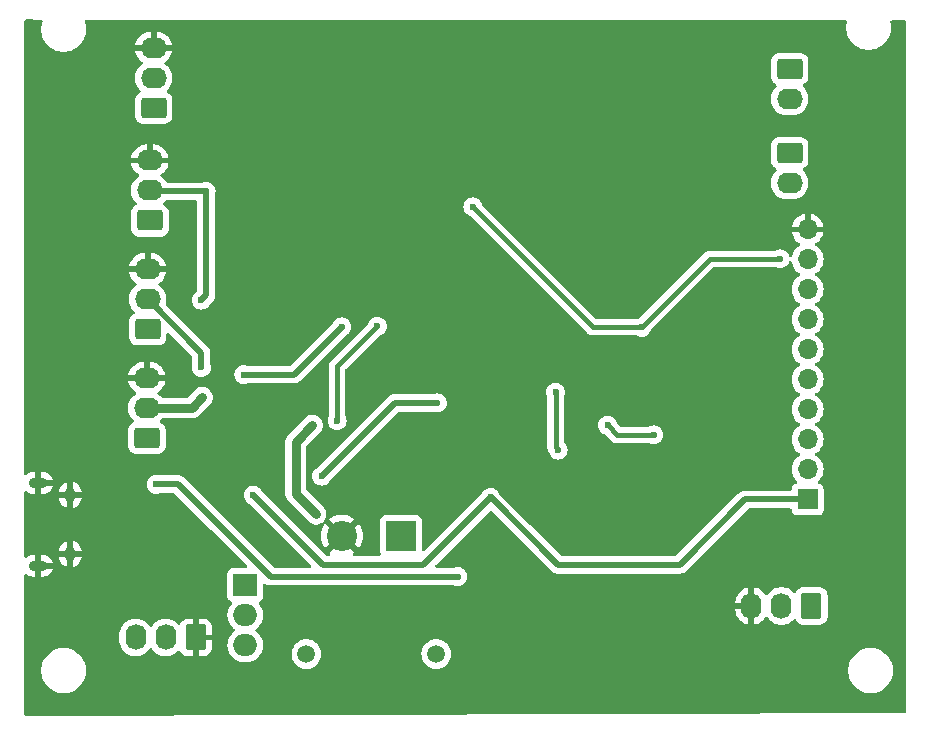
<source format=gbr>
G04 #@! TF.GenerationSoftware,KiCad,Pcbnew,8.0.8*
G04 #@! TF.CreationDate,2025-03-03T11:47:27-06:00*
G04 #@! TF.ProjectId,Group_29_Handheld,47726f75-705f-4323-995f-48616e646865,rev?*
G04 #@! TF.SameCoordinates,Original*
G04 #@! TF.FileFunction,Copper,L2,Bot*
G04 #@! TF.FilePolarity,Positive*
%FSLAX46Y46*%
G04 Gerber Fmt 4.6, Leading zero omitted, Abs format (unit mm)*
G04 Created by KiCad (PCBNEW 8.0.8) date 2025-03-03 11:47:27*
%MOMM*%
%LPD*%
G01*
G04 APERTURE LIST*
G04 Aperture macros list*
%AMRoundRect*
0 Rectangle with rounded corners*
0 $1 Rounding radius*
0 $2 $3 $4 $5 $6 $7 $8 $9 X,Y pos of 4 corners*
0 Add a 4 corners polygon primitive as box body*
4,1,4,$2,$3,$4,$5,$6,$7,$8,$9,$2,$3,0*
0 Add four circle primitives for the rounded corners*
1,1,$1+$1,$2,$3*
1,1,$1+$1,$4,$5*
1,1,$1+$1,$6,$7*
1,1,$1+$1,$8,$9*
0 Add four rect primitives between the rounded corners*
20,1,$1+$1,$2,$3,$4,$5,0*
20,1,$1+$1,$4,$5,$6,$7,0*
20,1,$1+$1,$6,$7,$8,$9,0*
20,1,$1+$1,$8,$9,$2,$3,0*%
G04 Aperture macros list end*
G04 #@! TA.AperFunction,ComponentPad*
%ADD10RoundRect,0.250000X0.845000X-0.620000X0.845000X0.620000X-0.845000X0.620000X-0.845000X-0.620000X0*%
G04 #@! TD*
G04 #@! TA.AperFunction,ComponentPad*
%ADD11O,2.190000X1.740000*%
G04 #@! TD*
G04 #@! TA.AperFunction,ComponentPad*
%ADD12RoundRect,0.250000X-0.845000X0.620000X-0.845000X-0.620000X0.845000X-0.620000X0.845000X0.620000X0*%
G04 #@! TD*
G04 #@! TA.AperFunction,ComponentPad*
%ADD13RoundRect,0.250000X0.620000X0.845000X-0.620000X0.845000X-0.620000X-0.845000X0.620000X-0.845000X0*%
G04 #@! TD*
G04 #@! TA.AperFunction,ComponentPad*
%ADD14O,1.740000X2.190000*%
G04 #@! TD*
G04 #@! TA.AperFunction,ComponentPad*
%ADD15R,1.700000X1.700000*%
G04 #@! TD*
G04 #@! TA.AperFunction,ComponentPad*
%ADD16O,1.700000X1.700000*%
G04 #@! TD*
G04 #@! TA.AperFunction,ComponentPad*
%ADD17R,2.000000X1.905000*%
G04 #@! TD*
G04 #@! TA.AperFunction,ComponentPad*
%ADD18O,2.000000X1.905000*%
G04 #@! TD*
G04 #@! TA.AperFunction,ComponentPad*
%ADD19R,2.550000X2.550000*%
G04 #@! TD*
G04 #@! TA.AperFunction,ComponentPad*
%ADD20C,2.550000*%
G04 #@! TD*
G04 #@! TA.AperFunction,ComponentPad*
%ADD21C,1.508000*%
G04 #@! TD*
G04 #@! TA.AperFunction,HeatsinkPad*
%ADD22O,1.550000X0.890000*%
G04 #@! TD*
G04 #@! TA.AperFunction,HeatsinkPad*
%ADD23O,0.950000X1.250000*%
G04 #@! TD*
G04 #@! TA.AperFunction,HeatsinkPad*
%ADD24C,0.600000*%
G04 #@! TD*
G04 #@! TA.AperFunction,ViaPad*
%ADD25C,0.600000*%
G04 #@! TD*
G04 #@! TA.AperFunction,Conductor*
%ADD26C,0.381000*%
G04 #@! TD*
G04 #@! TA.AperFunction,Conductor*
%ADD27C,0.762000*%
G04 #@! TD*
G04 #@! TA.AperFunction,Conductor*
%ADD28C,0.508000*%
G04 #@! TD*
G04 APERTURE END LIST*
D10*
X109664500Y-36830000D03*
D11*
X109664500Y-34290000D03*
X109664500Y-31750000D03*
D12*
X163512500Y-40640000D03*
D11*
X163512500Y-43180000D03*
D10*
X109093000Y-64770000D03*
D11*
X109093000Y-62230000D03*
X109093000Y-59690000D03*
D10*
X109347000Y-46355000D03*
D11*
X109347000Y-43815000D03*
X109347000Y-41275000D03*
D13*
X113220500Y-81661000D03*
D14*
X110680500Y-81661000D03*
X108140500Y-81661000D03*
D12*
X163512500Y-33528000D03*
D11*
X163512500Y-36068000D03*
D15*
X165036500Y-69977000D03*
D16*
X165036500Y-67437000D03*
X165036500Y-64897000D03*
X165036500Y-62357000D03*
X165036500Y-59817000D03*
X165036500Y-57277000D03*
X165036500Y-54737000D03*
X165036500Y-52197000D03*
X165036500Y-49657000D03*
X165036500Y-47117000D03*
D10*
X109156500Y-55562500D03*
D11*
X109156500Y-53022500D03*
X109156500Y-50482500D03*
D17*
X117419000Y-77216000D03*
D18*
X117419000Y-79756000D03*
X117419000Y-82296000D03*
D19*
X130604000Y-73058000D03*
D20*
X125604000Y-73058000D03*
D21*
X122604000Y-83058000D03*
X133604000Y-83058000D03*
D13*
X165354000Y-78994000D03*
D14*
X162814000Y-78994000D03*
X160274000Y-78994000D03*
D22*
X99900000Y-68588500D03*
D23*
X102600000Y-69588500D03*
X102600000Y-74588500D03*
D22*
X99900000Y-75588500D03*
D24*
X138614500Y-37905000D03*
X138614500Y-39305000D03*
X139314500Y-37205000D03*
X139314500Y-38605000D03*
X139314500Y-40005000D03*
X140014500Y-37905000D03*
X140014500Y-39305000D03*
X140714500Y-37205000D03*
X140714500Y-38605000D03*
X140714500Y-40005000D03*
X141414500Y-37905000D03*
X141414500Y-39305000D03*
D25*
X115600000Y-59600000D03*
X118100000Y-65000000D03*
X128700000Y-81200000D03*
X121800000Y-78100000D03*
X136700000Y-45200000D03*
X151000000Y-55400000D03*
X162700000Y-49600000D03*
X113701300Y-58800000D03*
X114100000Y-43900000D03*
X118100000Y-69600000D03*
X113701300Y-53100000D03*
X138200000Y-69800000D03*
X113792000Y-61341000D03*
X123100000Y-63700000D03*
X123417500Y-71217500D03*
X129200000Y-43600000D03*
X143300000Y-69800000D03*
X120400000Y-48800000D03*
X143700000Y-67700000D03*
X143914000Y-65786000D03*
X143700000Y-60900000D03*
X123900000Y-68000000D03*
X133700000Y-61800000D03*
X125587000Y-55356000D03*
X117300000Y-59400000D03*
X109900000Y-68700000D03*
X135400000Y-76500000D03*
X148100000Y-63700000D03*
X152000000Y-64500000D03*
X128600000Y-55300000D03*
X125200000Y-63300000D03*
D26*
X146900000Y-55400000D02*
X151000000Y-55400000D01*
X151000000Y-55400000D02*
X156800000Y-49600000D01*
X156800000Y-49600000D02*
X162700000Y-49600000D01*
X136700000Y-45200000D02*
X146900000Y-55400000D01*
D27*
X112903000Y-62230000D02*
X113792000Y-61341000D01*
X109093000Y-62230000D02*
X112903000Y-62230000D01*
D28*
X132500000Y-75500000D02*
X138200000Y-69800000D01*
X118100000Y-69600000D02*
X124000000Y-75500000D01*
X114100000Y-43900000D02*
X114100000Y-52701300D01*
X113701300Y-57567300D02*
X109156500Y-53022500D01*
X114100000Y-52701300D02*
X113701300Y-53100000D01*
X143900000Y-75500000D02*
X154200000Y-75500000D01*
X109432000Y-43900000D02*
X109347000Y-43815000D01*
X114100000Y-43900000D02*
X109432000Y-43900000D01*
X159723000Y-69977000D02*
X165036500Y-69977000D01*
X138200000Y-69800000D02*
X143900000Y-75500000D01*
X113701300Y-58800000D02*
X113701300Y-57567300D01*
X154200000Y-75500000D02*
X159723000Y-69977000D01*
X124000000Y-75500000D02*
X132500000Y-75500000D01*
D27*
X121700000Y-65100000D02*
X121700000Y-69500000D01*
X121700000Y-69500000D02*
X123417500Y-71217500D01*
X123100000Y-63700000D02*
X121700000Y-65100000D01*
D26*
X143700000Y-60900000D02*
X143700000Y-65572000D01*
X143700000Y-65572000D02*
X143914000Y-65786000D01*
D28*
X130100000Y-61800000D02*
X133700000Y-61800000D01*
X123900000Y-68000000D02*
X130100000Y-61800000D01*
X121543000Y-59400000D02*
X125587000Y-55356000D01*
X117300000Y-59400000D02*
X121543000Y-59400000D01*
X119563500Y-76500000D02*
X125900000Y-76500000D01*
X125900000Y-76500000D02*
X135400000Y-76500000D01*
X111763500Y-68700000D02*
X119563500Y-76500000D01*
X109900000Y-68700000D02*
X111763500Y-68700000D01*
D26*
X148900000Y-64500000D02*
X152000000Y-64500000D01*
X148100000Y-63700000D02*
X148900000Y-64500000D01*
X125200000Y-58700000D02*
X128600000Y-55300000D01*
X125200000Y-63300000D02*
X125200000Y-58700000D01*
G04 #@! TA.AperFunction,Conductor*
G36*
X100143320Y-29338344D02*
G01*
X100210340Y-29358084D01*
X100256050Y-29410927D01*
X100265935Y-29480094D01*
X100257774Y-29509795D01*
X100240999Y-29550293D01*
X100176518Y-29790938D01*
X100144002Y-30037924D01*
X100144001Y-30037941D01*
X100144001Y-30287058D01*
X100144002Y-30287075D01*
X100176518Y-30534061D01*
X100241000Y-30774710D01*
X100336334Y-31004866D01*
X100336338Y-31004876D01*
X100460901Y-31220625D01*
X100612561Y-31418273D01*
X100612567Y-31418280D01*
X100788719Y-31594432D01*
X100788726Y-31594438D01*
X100986374Y-31746098D01*
X101202123Y-31870661D01*
X101202124Y-31870661D01*
X101202127Y-31870663D01*
X101432294Y-31966001D01*
X101672935Y-32030481D01*
X101919935Y-32062999D01*
X101919942Y-32062999D01*
X102169058Y-32062999D01*
X102169065Y-32062999D01*
X102416065Y-32030481D01*
X102656706Y-31966001D01*
X102886873Y-31870663D01*
X103102626Y-31746098D01*
X103300275Y-31594437D01*
X103476437Y-31418275D01*
X103628098Y-31220626D01*
X103752663Y-31004873D01*
X103848001Y-30774706D01*
X103912481Y-30534065D01*
X103944999Y-30287065D01*
X103944999Y-30037935D01*
X103912481Y-29790935D01*
X103848001Y-29550294D01*
X103832557Y-29513008D01*
X103825088Y-29443538D01*
X103856363Y-29381059D01*
X103916452Y-29345407D01*
X103947209Y-29341556D01*
X117421181Y-29352936D01*
X117488202Y-29372677D01*
X117508755Y-29389255D01*
X117514500Y-29395000D01*
X165554305Y-29395000D01*
X165567353Y-29393600D01*
X168232846Y-29395851D01*
X168299867Y-29415592D01*
X168345577Y-29468435D01*
X168355462Y-29537602D01*
X168352514Y-29551943D01*
X168332019Y-29628434D01*
X168332019Y-29628435D01*
X168299502Y-29875424D01*
X168299501Y-29875441D01*
X168299501Y-30124558D01*
X168299502Y-30124575D01*
X168332018Y-30371561D01*
X168396500Y-30612210D01*
X168491834Y-30842366D01*
X168491838Y-30842376D01*
X168616401Y-31058125D01*
X168768061Y-31255773D01*
X168768067Y-31255780D01*
X168944219Y-31431932D01*
X168944226Y-31431938D01*
X169141874Y-31583598D01*
X169357623Y-31708161D01*
X169357624Y-31708161D01*
X169357627Y-31708163D01*
X169587794Y-31803501D01*
X169828435Y-31867981D01*
X170075435Y-31900499D01*
X170075442Y-31900499D01*
X170324558Y-31900499D01*
X170324565Y-31900499D01*
X170571565Y-31867981D01*
X170812206Y-31803501D01*
X171042373Y-31708163D01*
X171258126Y-31583598D01*
X171455775Y-31431937D01*
X171631937Y-31255775D01*
X171783598Y-31058126D01*
X171908163Y-30842373D01*
X172003501Y-30612206D01*
X172067981Y-30371565D01*
X172100499Y-30124565D01*
X172100499Y-29875435D01*
X172067981Y-29628435D01*
X172048375Y-29555265D01*
X172050038Y-29485418D01*
X172089200Y-29427555D01*
X172153428Y-29400051D01*
X172168229Y-29399175D01*
X173248107Y-29400087D01*
X173315129Y-29419828D01*
X173360839Y-29472671D01*
X173372001Y-29524087D01*
X173372001Y-87951501D01*
X173352316Y-88018540D01*
X173299512Y-88064295D01*
X173248419Y-88075500D01*
X98849917Y-88326211D01*
X98782811Y-88306753D01*
X98736879Y-88254103D01*
X98725499Y-88202212D01*
X98725499Y-84330441D01*
X100144001Y-84330441D01*
X100144001Y-84579558D01*
X100144002Y-84579575D01*
X100176518Y-84826561D01*
X100241000Y-85067210D01*
X100336334Y-85297366D01*
X100336338Y-85297376D01*
X100460901Y-85513125D01*
X100612561Y-85710773D01*
X100612567Y-85710780D01*
X100788719Y-85886932D01*
X100788726Y-85886938D01*
X100986374Y-86038598D01*
X101202123Y-86163161D01*
X101202124Y-86163161D01*
X101202127Y-86163163D01*
X101432294Y-86258501D01*
X101672935Y-86322981D01*
X101919935Y-86355499D01*
X101919942Y-86355499D01*
X102169058Y-86355499D01*
X102169065Y-86355499D01*
X102416065Y-86322981D01*
X102656706Y-86258501D01*
X102886873Y-86163163D01*
X103102626Y-86038598D01*
X103300275Y-85886937D01*
X103476437Y-85710775D01*
X103628098Y-85513126D01*
X103752663Y-85297373D01*
X103848001Y-85067206D01*
X103912481Y-84826565D01*
X103944999Y-84579565D01*
X103944999Y-84330441D01*
X168470001Y-84330441D01*
X168470001Y-84579558D01*
X168470002Y-84579575D01*
X168502518Y-84826561D01*
X168567000Y-85067210D01*
X168662334Y-85297366D01*
X168662338Y-85297376D01*
X168786901Y-85513125D01*
X168938561Y-85710773D01*
X168938567Y-85710780D01*
X169114719Y-85886932D01*
X169114726Y-85886938D01*
X169312374Y-86038598D01*
X169528123Y-86163161D01*
X169528124Y-86163161D01*
X169528127Y-86163163D01*
X169758294Y-86258501D01*
X169998935Y-86322981D01*
X170245935Y-86355499D01*
X170245942Y-86355499D01*
X170495058Y-86355499D01*
X170495065Y-86355499D01*
X170742065Y-86322981D01*
X170982706Y-86258501D01*
X171212873Y-86163163D01*
X171428626Y-86038598D01*
X171626275Y-85886937D01*
X171802437Y-85710775D01*
X171954098Y-85513126D01*
X172078663Y-85297373D01*
X172174001Y-85067206D01*
X172238481Y-84826565D01*
X172270999Y-84579565D01*
X172270999Y-84330435D01*
X172238481Y-84083435D01*
X172174001Y-83842794D01*
X172078663Y-83612627D01*
X172035990Y-83538716D01*
X171954098Y-83396874D01*
X171802438Y-83199226D01*
X171802432Y-83199219D01*
X171626280Y-83023067D01*
X171626273Y-83023061D01*
X171428625Y-82871401D01*
X171212876Y-82746838D01*
X171212866Y-82746834D01*
X170982710Y-82651500D01*
X170742061Y-82587018D01*
X170495075Y-82554502D01*
X170495070Y-82554501D01*
X170495065Y-82554501D01*
X170245935Y-82554501D01*
X170245929Y-82554501D01*
X170245924Y-82554502D01*
X169998938Y-82587018D01*
X169758289Y-82651500D01*
X169528133Y-82746834D01*
X169528123Y-82746838D01*
X169312374Y-82871401D01*
X169114726Y-83023061D01*
X169114719Y-83023067D01*
X168938567Y-83199219D01*
X168938561Y-83199226D01*
X168786901Y-83396874D01*
X168662338Y-83612623D01*
X168662334Y-83612633D01*
X168567000Y-83842789D01*
X168502518Y-84083438D01*
X168470002Y-84330424D01*
X168470001Y-84330441D01*
X103944999Y-84330441D01*
X103944999Y-84330435D01*
X103912481Y-84083435D01*
X103848001Y-83842794D01*
X103752663Y-83612627D01*
X103709990Y-83538716D01*
X103628098Y-83396874D01*
X103476438Y-83199226D01*
X103476432Y-83199219D01*
X103300280Y-83023067D01*
X103300273Y-83023061D01*
X103102625Y-82871401D01*
X102886876Y-82746838D01*
X102886866Y-82746834D01*
X102656710Y-82651500D01*
X102416061Y-82587018D01*
X102169075Y-82554502D01*
X102169070Y-82554501D01*
X102169065Y-82554501D01*
X101919935Y-82554501D01*
X101919929Y-82554501D01*
X101919924Y-82554502D01*
X101672938Y-82587018D01*
X101432289Y-82651500D01*
X101202133Y-82746834D01*
X101202123Y-82746838D01*
X100986374Y-82871401D01*
X100788726Y-83023061D01*
X100788719Y-83023067D01*
X100612567Y-83199219D01*
X100612561Y-83199226D01*
X100460901Y-83396874D01*
X100336338Y-83612623D01*
X100336334Y-83612633D01*
X100241000Y-83842789D01*
X100176518Y-84083438D01*
X100144002Y-84330424D01*
X100144001Y-84330441D01*
X98725499Y-84330441D01*
X98725499Y-81328133D01*
X106770000Y-81328133D01*
X106770000Y-81993866D01*
X106799742Y-82181646D01*
X106803746Y-82206926D01*
X106870408Y-82412089D01*
X106968343Y-82604299D01*
X107095141Y-82778821D01*
X107247679Y-82931359D01*
X107422201Y-83058157D01*
X107614411Y-83156092D01*
X107819574Y-83222754D01*
X107899473Y-83235408D01*
X108032634Y-83256500D01*
X108032639Y-83256500D01*
X108248366Y-83256500D01*
X108366730Y-83237752D01*
X108461426Y-83222754D01*
X108666589Y-83156092D01*
X108858799Y-83058157D01*
X109033321Y-82931359D01*
X109185859Y-82778821D01*
X109310182Y-82607704D01*
X109365512Y-82565040D01*
X109435126Y-82559061D01*
X109496920Y-82591667D01*
X109510815Y-82607702D01*
X109635141Y-82778821D01*
X109787679Y-82931359D01*
X109962201Y-83058157D01*
X110154411Y-83156092D01*
X110359574Y-83222754D01*
X110439473Y-83235408D01*
X110572634Y-83256500D01*
X110572639Y-83256500D01*
X110788366Y-83256500D01*
X110906730Y-83237752D01*
X111001426Y-83222754D01*
X111206589Y-83156092D01*
X111398799Y-83058157D01*
X111573321Y-82931359D01*
X111715686Y-82788993D01*
X111777005Y-82755511D01*
X111846697Y-82760495D01*
X111902631Y-82802366D01*
X111915748Y-82824277D01*
X111916140Y-82825118D01*
X112008184Y-82974345D01*
X112132154Y-83098315D01*
X112281375Y-83190356D01*
X112281380Y-83190358D01*
X112447802Y-83245505D01*
X112447809Y-83245506D01*
X112550519Y-83255999D01*
X112970499Y-83255999D01*
X112970500Y-83255998D01*
X112970500Y-82203709D01*
X112990839Y-82215452D01*
X113142167Y-82256000D01*
X113298833Y-82256000D01*
X113450161Y-82215452D01*
X113470500Y-82203709D01*
X113470500Y-83255999D01*
X113890472Y-83255999D01*
X113890486Y-83255998D01*
X113993197Y-83245505D01*
X114159619Y-83190358D01*
X114159624Y-83190356D01*
X114308845Y-83098315D01*
X114432815Y-82974345D01*
X114524856Y-82825124D01*
X114524858Y-82825119D01*
X114580005Y-82658697D01*
X114580006Y-82658690D01*
X114590499Y-82555986D01*
X114590500Y-82555973D01*
X114590500Y-81911000D01*
X113763209Y-81911000D01*
X113774952Y-81890661D01*
X113815500Y-81739333D01*
X113815500Y-81582667D01*
X113774952Y-81431339D01*
X113763209Y-81411000D01*
X114590499Y-81411000D01*
X114590499Y-80766028D01*
X114590498Y-80766013D01*
X114580005Y-80663302D01*
X114524858Y-80496880D01*
X114524856Y-80496875D01*
X114432815Y-80347654D01*
X114308845Y-80223684D01*
X114159624Y-80131643D01*
X114159619Y-80131641D01*
X113993197Y-80076494D01*
X113993190Y-80076493D01*
X113890486Y-80066000D01*
X113470500Y-80066000D01*
X113470500Y-81118290D01*
X113450161Y-81106548D01*
X113298833Y-81066000D01*
X113142167Y-81066000D01*
X112990839Y-81106548D01*
X112970500Y-81118290D01*
X112970500Y-80066000D01*
X112550528Y-80066000D01*
X112550512Y-80066001D01*
X112447802Y-80076494D01*
X112281380Y-80131641D01*
X112281375Y-80131643D01*
X112132154Y-80223684D01*
X112008184Y-80347654D01*
X111916137Y-80496885D01*
X111915745Y-80497728D01*
X111915321Y-80498208D01*
X111912351Y-80503025D01*
X111911527Y-80502517D01*
X111869572Y-80550167D01*
X111802379Y-80569318D01*
X111735498Y-80549101D01*
X111715683Y-80533003D01*
X111573323Y-80390643D01*
X111573321Y-80390641D01*
X111398799Y-80263843D01*
X111206589Y-80165908D01*
X111001426Y-80099246D01*
X111001424Y-80099245D01*
X111001422Y-80099245D01*
X110788366Y-80065500D01*
X110788361Y-80065500D01*
X110572639Y-80065500D01*
X110572634Y-80065500D01*
X110359577Y-80099245D01*
X110154408Y-80165909D01*
X109962200Y-80263843D01*
X109901896Y-80307657D01*
X109787679Y-80390641D01*
X109787677Y-80390643D01*
X109787676Y-80390643D01*
X109635143Y-80543176D01*
X109635143Y-80543177D01*
X109635141Y-80543179D01*
X109601487Y-80589500D01*
X109510818Y-80714294D01*
X109455488Y-80756959D01*
X109385874Y-80762938D01*
X109324079Y-80730332D01*
X109310182Y-80714294D01*
X109287935Y-80683674D01*
X109185859Y-80543179D01*
X109033321Y-80390641D01*
X108858799Y-80263843D01*
X108666589Y-80165908D01*
X108461426Y-80099246D01*
X108461424Y-80099245D01*
X108461422Y-80099245D01*
X108248366Y-80065500D01*
X108248361Y-80065500D01*
X108032639Y-80065500D01*
X108032634Y-80065500D01*
X107819577Y-80099245D01*
X107614408Y-80165909D01*
X107422200Y-80263843D01*
X107361896Y-80307657D01*
X107247679Y-80390641D01*
X107247677Y-80390643D01*
X107247676Y-80390643D01*
X107095143Y-80543176D01*
X107095143Y-80543177D01*
X107095141Y-80543179D01*
X107061487Y-80589500D01*
X106968343Y-80717700D01*
X106870409Y-80909908D01*
X106803745Y-81115077D01*
X106770000Y-81328133D01*
X98725499Y-81328133D01*
X98725499Y-76379793D01*
X98745184Y-76312754D01*
X98797988Y-76266999D01*
X98867146Y-76257055D01*
X98930702Y-76286080D01*
X98937180Y-76292112D01*
X98967594Y-76322526D01*
X98967598Y-76322529D01*
X99122368Y-76425944D01*
X99122377Y-76425949D01*
X99294353Y-76497183D01*
X99294361Y-76497185D01*
X99476921Y-76533499D01*
X99476924Y-76533500D01*
X99650000Y-76533500D01*
X99650000Y-75838500D01*
X100150000Y-75838500D01*
X100150000Y-76533500D01*
X100323076Y-76533500D01*
X100323078Y-76533499D01*
X100505638Y-76497185D01*
X100505646Y-76497183D01*
X100677622Y-76425949D01*
X100677631Y-76425944D01*
X100832401Y-76322529D01*
X100832405Y-76322526D01*
X100964026Y-76190905D01*
X100964029Y-76190901D01*
X101067444Y-76036131D01*
X101067451Y-76036118D01*
X101138682Y-75864149D01*
X101138683Y-75864144D01*
X101143784Y-75838500D01*
X100274728Y-75838500D01*
X100366614Y-75800440D01*
X100436940Y-75730114D01*
X100475000Y-75638228D01*
X100475000Y-75538772D01*
X100436940Y-75446886D01*
X100366614Y-75376560D01*
X100274728Y-75338500D01*
X101143784Y-75338500D01*
X101138683Y-75312855D01*
X101138682Y-75312850D01*
X101067451Y-75140881D01*
X101067444Y-75140868D01*
X100964029Y-74986098D01*
X100964026Y-74986094D01*
X100832405Y-74854473D01*
X100832401Y-74854470D01*
X100677631Y-74751055D01*
X100677622Y-74751050D01*
X100505646Y-74679816D01*
X100505638Y-74679814D01*
X100323077Y-74643500D01*
X100150000Y-74643500D01*
X100150000Y-75338500D01*
X99650000Y-75338500D01*
X99650000Y-74643500D01*
X99476923Y-74643500D01*
X99294361Y-74679814D01*
X99294353Y-74679816D01*
X99122377Y-74751050D01*
X99122368Y-74751055D01*
X98967598Y-74854470D01*
X98967594Y-74854473D01*
X98937180Y-74884888D01*
X98875857Y-74918373D01*
X98806165Y-74913389D01*
X98750232Y-74871517D01*
X98725815Y-74806053D01*
X98725499Y-74797207D01*
X98725499Y-74338499D01*
X101625789Y-74338499D01*
X101625790Y-74338500D01*
X102343763Y-74338500D01*
X102325000Y-74383799D01*
X102325000Y-74793201D01*
X102343763Y-74838500D01*
X101625789Y-74838500D01*
X101662466Y-75022889D01*
X101662468Y-75022897D01*
X101735964Y-75200333D01*
X101735969Y-75200342D01*
X101842667Y-75360026D01*
X101842670Y-75360030D01*
X101978469Y-75495829D01*
X101978473Y-75495832D01*
X102138157Y-75602530D01*
X102138167Y-75602535D01*
X102315599Y-75676030D01*
X102315606Y-75676033D01*
X102350000Y-75682873D01*
X102350000Y-74853556D01*
X102366866Y-74894275D01*
X102444225Y-74971634D01*
X102545299Y-75013500D01*
X102654701Y-75013500D01*
X102755775Y-74971634D01*
X102833134Y-74894275D01*
X102850000Y-74853556D01*
X102850000Y-75682872D01*
X102884393Y-75676033D01*
X102884400Y-75676030D01*
X103061832Y-75602535D01*
X103061842Y-75602530D01*
X103221526Y-75495832D01*
X103221530Y-75495829D01*
X103357329Y-75360030D01*
X103357332Y-75360026D01*
X103464030Y-75200342D01*
X103464035Y-75200333D01*
X103537531Y-75022897D01*
X103537533Y-75022889D01*
X103574210Y-74838500D01*
X102856237Y-74838500D01*
X102875000Y-74793201D01*
X102875000Y-74383799D01*
X102856237Y-74338500D01*
X103574210Y-74338500D01*
X103574210Y-74338499D01*
X103537533Y-74154110D01*
X103537531Y-74154102D01*
X103464035Y-73976666D01*
X103464030Y-73976657D01*
X103357332Y-73816973D01*
X103357329Y-73816969D01*
X103221530Y-73681170D01*
X103221526Y-73681167D01*
X103061842Y-73574469D01*
X103061833Y-73574464D01*
X102884397Y-73500968D01*
X102884389Y-73500966D01*
X102850000Y-73494125D01*
X102850000Y-74323443D01*
X102833134Y-74282725D01*
X102755775Y-74205366D01*
X102654701Y-74163500D01*
X102545299Y-74163500D01*
X102444225Y-74205366D01*
X102366866Y-74282725D01*
X102350000Y-74323443D01*
X102350000Y-73494125D01*
X102315610Y-73500966D01*
X102315602Y-73500968D01*
X102138166Y-73574464D01*
X102138157Y-73574469D01*
X101978473Y-73681167D01*
X101978469Y-73681170D01*
X101842670Y-73816969D01*
X101842667Y-73816973D01*
X101735969Y-73976657D01*
X101735964Y-73976666D01*
X101662468Y-74154102D01*
X101662466Y-74154110D01*
X101625789Y-74338499D01*
X98725499Y-74338499D01*
X98725499Y-69379793D01*
X98745184Y-69312754D01*
X98797988Y-69266999D01*
X98867146Y-69257055D01*
X98930702Y-69286080D01*
X98937180Y-69292112D01*
X98967594Y-69322526D01*
X98967598Y-69322529D01*
X99122368Y-69425944D01*
X99122377Y-69425949D01*
X99294353Y-69497183D01*
X99294361Y-69497185D01*
X99476921Y-69533499D01*
X99476924Y-69533500D01*
X99650000Y-69533500D01*
X99650000Y-68838500D01*
X100150000Y-68838500D01*
X100150000Y-69533500D01*
X100323076Y-69533500D01*
X100323078Y-69533499D01*
X100505638Y-69497185D01*
X100505646Y-69497183D01*
X100677622Y-69425949D01*
X100677631Y-69425944D01*
X100808500Y-69338499D01*
X101625789Y-69338499D01*
X101625790Y-69338500D01*
X102343763Y-69338500D01*
X102325000Y-69383799D01*
X102325000Y-69793201D01*
X102343763Y-69838500D01*
X101625789Y-69838500D01*
X101662466Y-70022889D01*
X101662468Y-70022897D01*
X101735964Y-70200333D01*
X101735969Y-70200342D01*
X101842667Y-70360026D01*
X101842670Y-70360030D01*
X101978469Y-70495829D01*
X101978473Y-70495832D01*
X102138157Y-70602530D01*
X102138167Y-70602535D01*
X102315599Y-70676030D01*
X102315606Y-70676033D01*
X102350000Y-70682873D01*
X102350000Y-69853556D01*
X102366866Y-69894275D01*
X102444225Y-69971634D01*
X102545299Y-70013500D01*
X102654701Y-70013500D01*
X102755775Y-69971634D01*
X102833134Y-69894275D01*
X102850000Y-69853556D01*
X102850000Y-70682872D01*
X102884393Y-70676033D01*
X102884400Y-70676030D01*
X103061832Y-70602535D01*
X103061842Y-70602530D01*
X103221526Y-70495832D01*
X103221530Y-70495829D01*
X103357329Y-70360030D01*
X103357332Y-70360026D01*
X103464030Y-70200342D01*
X103464035Y-70200333D01*
X103537531Y-70022897D01*
X103537533Y-70022889D01*
X103574210Y-69838500D01*
X102856237Y-69838500D01*
X102875000Y-69793201D01*
X102875000Y-69383799D01*
X102856237Y-69338500D01*
X103574210Y-69338500D01*
X103574210Y-69338499D01*
X103537533Y-69154110D01*
X103537531Y-69154102D01*
X103464035Y-68976666D01*
X103464030Y-68976657D01*
X103357332Y-68816973D01*
X103357329Y-68816969D01*
X103240356Y-68699996D01*
X109094435Y-68699996D01*
X109094435Y-68700003D01*
X109114630Y-68879249D01*
X109114631Y-68879254D01*
X109174211Y-69049523D01*
X109263045Y-69190901D01*
X109270184Y-69202262D01*
X109397738Y-69329816D01*
X109477276Y-69379793D01*
X109542450Y-69420745D01*
X109550478Y-69425789D01*
X109636439Y-69455868D01*
X109720745Y-69485368D01*
X109720750Y-69485369D01*
X109899996Y-69505565D01*
X109900000Y-69505565D01*
X109900004Y-69505565D01*
X110079249Y-69485369D01*
X110079251Y-69485368D01*
X110079255Y-69485368D01*
X110079258Y-69485366D01*
X110079262Y-69485366D01*
X110147585Y-69461459D01*
X110188540Y-69454500D01*
X111399613Y-69454500D01*
X111466652Y-69474185D01*
X111487294Y-69490819D01*
X114529831Y-72533356D01*
X117547795Y-75551319D01*
X117581280Y-75612642D01*
X117576296Y-75682334D01*
X117534424Y-75738267D01*
X117468960Y-75762684D01*
X117460114Y-75763000D01*
X116371129Y-75763000D01*
X116371123Y-75763001D01*
X116311516Y-75769408D01*
X116176671Y-75819702D01*
X116176664Y-75819706D01*
X116061455Y-75905952D01*
X116061452Y-75905955D01*
X115975206Y-76021164D01*
X115975202Y-76021171D01*
X115924908Y-76156017D01*
X115918501Y-76215616D01*
X115918500Y-76215635D01*
X115918500Y-78216370D01*
X115918501Y-78216376D01*
X115924908Y-78275983D01*
X115975202Y-78410828D01*
X115975206Y-78410835D01*
X116061452Y-78526044D01*
X116061455Y-78526047D01*
X116176664Y-78612293D01*
X116176669Y-78612296D01*
X116204539Y-78622690D01*
X116260473Y-78664561D01*
X116284891Y-78730024D01*
X116270040Y-78798298D01*
X116261525Y-78811759D01*
X116128783Y-78994461D01*
X116024950Y-79198244D01*
X115954278Y-79415750D01*
X115954278Y-79415753D01*
X115934611Y-79539926D01*
X115918500Y-79641646D01*
X115918500Y-79870354D01*
X115929062Y-79937036D01*
X115954278Y-80096246D01*
X115954278Y-80096249D01*
X116024950Y-80313755D01*
X116114052Y-80488627D01*
X116128783Y-80517538D01*
X116263214Y-80702566D01*
X116424934Y-80864286D01*
X116487482Y-80909730D01*
X116509438Y-80925682D01*
X116552103Y-80981013D01*
X116558082Y-81050626D01*
X116525476Y-81112421D01*
X116509438Y-81126318D01*
X116424932Y-81187715D01*
X116263216Y-81349431D01*
X116263216Y-81349432D01*
X116263214Y-81349434D01*
X116218484Y-81411000D01*
X116128783Y-81534461D01*
X116024950Y-81738244D01*
X115954278Y-81955750D01*
X115954278Y-81955753D01*
X115925553Y-82137118D01*
X115918500Y-82181646D01*
X115918500Y-82410354D01*
X115936389Y-82523299D01*
X115954278Y-82636246D01*
X115954278Y-82636249D01*
X116024950Y-82853755D01*
X116086394Y-82974345D01*
X116128783Y-83057538D01*
X116263214Y-83242566D01*
X116424934Y-83404286D01*
X116609962Y-83538717D01*
X116813742Y-83642548D01*
X116813744Y-83642549D01*
X117031251Y-83713221D01*
X117031252Y-83713221D01*
X117031255Y-83713222D01*
X117257146Y-83749000D01*
X117257147Y-83749000D01*
X117580853Y-83749000D01*
X117580854Y-83749000D01*
X117806745Y-83713222D01*
X117806748Y-83713221D01*
X117806749Y-83713221D01*
X118024255Y-83642549D01*
X118024255Y-83642548D01*
X118024258Y-83642548D01*
X118228038Y-83538717D01*
X118413066Y-83404286D01*
X118574786Y-83242566D01*
X118708884Y-83057997D01*
X121344708Y-83057997D01*
X121344708Y-83058002D01*
X121359121Y-83222754D01*
X121363839Y-83276674D01*
X121420653Y-83488703D01*
X121420654Y-83488706D01*
X121420655Y-83488708D01*
X121513419Y-83687642D01*
X121513423Y-83687650D01*
X121639322Y-83867452D01*
X121639327Y-83867458D01*
X121794541Y-84022672D01*
X121794547Y-84022677D01*
X121974349Y-84148576D01*
X121974351Y-84148577D01*
X121974354Y-84148579D01*
X122173297Y-84241347D01*
X122385326Y-84298161D01*
X122541521Y-84311826D01*
X122603998Y-84317292D01*
X122604000Y-84317292D01*
X122604002Y-84317292D01*
X122658668Y-84312509D01*
X122822674Y-84298161D01*
X123034703Y-84241347D01*
X123233646Y-84148579D01*
X123413457Y-84022674D01*
X123568674Y-83867457D01*
X123694579Y-83687646D01*
X123787347Y-83488703D01*
X123844161Y-83276674D01*
X123863278Y-83058157D01*
X123863292Y-83058002D01*
X123863292Y-83057997D01*
X132344708Y-83057997D01*
X132344708Y-83058002D01*
X132359121Y-83222754D01*
X132363839Y-83276674D01*
X132420653Y-83488703D01*
X132420654Y-83488706D01*
X132420655Y-83488708D01*
X132513419Y-83687642D01*
X132513423Y-83687650D01*
X132639322Y-83867452D01*
X132639327Y-83867458D01*
X132794541Y-84022672D01*
X132794547Y-84022677D01*
X132974349Y-84148576D01*
X132974351Y-84148577D01*
X132974354Y-84148579D01*
X133173297Y-84241347D01*
X133385326Y-84298161D01*
X133541521Y-84311826D01*
X133603998Y-84317292D01*
X133604000Y-84317292D01*
X133604002Y-84317292D01*
X133658668Y-84312509D01*
X133822674Y-84298161D01*
X134034703Y-84241347D01*
X134233646Y-84148579D01*
X134413457Y-84022674D01*
X134568674Y-83867457D01*
X134694579Y-83687646D01*
X134787347Y-83488703D01*
X134844161Y-83276674D01*
X134863278Y-83058157D01*
X134863292Y-83058002D01*
X134863292Y-83057997D01*
X134855973Y-82974345D01*
X134844161Y-82839326D01*
X134787347Y-82627297D01*
X134694579Y-82428354D01*
X134694577Y-82428351D01*
X134694576Y-82428349D01*
X134568677Y-82248547D01*
X134568672Y-82248541D01*
X134413458Y-82093327D01*
X134413452Y-82093322D01*
X134233650Y-81967423D01*
X134233642Y-81967419D01*
X134034708Y-81874655D01*
X134034706Y-81874654D01*
X134034703Y-81874653D01*
X133883885Y-81834240D01*
X133822675Y-81817839D01*
X133822668Y-81817838D01*
X133604002Y-81798708D01*
X133603998Y-81798708D01*
X133385331Y-81817838D01*
X133385324Y-81817839D01*
X133262902Y-81850642D01*
X133173297Y-81874653D01*
X133173295Y-81874653D01*
X133173291Y-81874655D01*
X132974357Y-81967419D01*
X132974349Y-81967423D01*
X132794547Y-82093322D01*
X132794541Y-82093327D01*
X132639327Y-82248541D01*
X132639322Y-82248547D01*
X132513423Y-82428349D01*
X132513419Y-82428357D01*
X132420655Y-82627291D01*
X132420653Y-82627295D01*
X132420653Y-82627297D01*
X132396642Y-82716902D01*
X132363839Y-82839324D01*
X132363838Y-82839331D01*
X132344708Y-83057997D01*
X123863292Y-83057997D01*
X123855973Y-82974345D01*
X123844161Y-82839326D01*
X123787347Y-82627297D01*
X123694579Y-82428354D01*
X123694577Y-82428351D01*
X123694576Y-82428349D01*
X123568677Y-82248547D01*
X123568672Y-82248541D01*
X123413458Y-82093327D01*
X123413452Y-82093322D01*
X123233650Y-81967423D01*
X123233642Y-81967419D01*
X123034708Y-81874655D01*
X123034706Y-81874654D01*
X123034703Y-81874653D01*
X122883885Y-81834240D01*
X122822675Y-81817839D01*
X122822668Y-81817838D01*
X122604002Y-81798708D01*
X122603998Y-81798708D01*
X122385331Y-81817838D01*
X122385324Y-81817839D01*
X122262902Y-81850642D01*
X122173297Y-81874653D01*
X122173295Y-81874653D01*
X122173291Y-81874655D01*
X121974357Y-81967419D01*
X121974349Y-81967423D01*
X121794547Y-82093322D01*
X121794541Y-82093327D01*
X121639327Y-82248541D01*
X121639322Y-82248547D01*
X121513423Y-82428349D01*
X121513419Y-82428357D01*
X121420655Y-82627291D01*
X121420653Y-82627295D01*
X121420653Y-82627297D01*
X121396642Y-82716902D01*
X121363839Y-82839324D01*
X121363838Y-82839331D01*
X121344708Y-83057997D01*
X118708884Y-83057997D01*
X118709217Y-83057538D01*
X118813048Y-82853758D01*
X118837396Y-82778822D01*
X118883721Y-82636249D01*
X118883721Y-82636248D01*
X118883722Y-82636245D01*
X118919500Y-82410354D01*
X118919500Y-82181646D01*
X118883722Y-81955755D01*
X118883721Y-81955751D01*
X118883721Y-81955750D01*
X118813049Y-81738244D01*
X118813048Y-81738242D01*
X118709217Y-81534462D01*
X118574786Y-81349434D01*
X118413066Y-81187714D01*
X118328559Y-81126316D01*
X118285896Y-81070988D01*
X118279917Y-81001375D01*
X118312523Y-80939580D01*
X118328556Y-80925685D01*
X118413066Y-80864286D01*
X118574786Y-80702566D01*
X118709217Y-80517538D01*
X118813048Y-80313758D01*
X118861087Y-80165908D01*
X118883721Y-80096249D01*
X118883721Y-80096248D01*
X118883722Y-80096245D01*
X118919500Y-79870354D01*
X118919500Y-79641646D01*
X118883722Y-79415755D01*
X118883721Y-79415751D01*
X118883721Y-79415750D01*
X118813049Y-79198244D01*
X118709216Y-78994461D01*
X118576472Y-78811755D01*
X118552994Y-78745953D01*
X118568819Y-78677899D01*
X118586023Y-78661179D01*
X158904000Y-78661179D01*
X158904000Y-78744000D01*
X159731291Y-78744000D01*
X159719548Y-78764339D01*
X159679000Y-78915667D01*
X159679000Y-79072333D01*
X159719548Y-79223661D01*
X159731291Y-79244000D01*
X158904000Y-79244000D01*
X158904000Y-79326820D01*
X158937734Y-79539809D01*
X159004372Y-79744901D01*
X159102271Y-79937036D01*
X159229025Y-80111496D01*
X159229025Y-80111497D01*
X159381502Y-80263974D01*
X159555963Y-80390728D01*
X159748098Y-80488627D01*
X159953190Y-80555266D01*
X160024000Y-80566481D01*
X160024000Y-79536709D01*
X160044339Y-79548452D01*
X160195667Y-79589000D01*
X160352333Y-79589000D01*
X160503661Y-79548452D01*
X160524000Y-79536709D01*
X160524000Y-80566480D01*
X160594809Y-80555266D01*
X160799901Y-80488627D01*
X160992036Y-80390728D01*
X161166496Y-80263974D01*
X161166497Y-80263974D01*
X161318974Y-80111497D01*
X161318979Y-80111491D01*
X161443372Y-79940280D01*
X161498702Y-79897614D01*
X161568315Y-79891635D01*
X161630110Y-79924241D01*
X161644008Y-79940279D01*
X161768641Y-80111821D01*
X161921179Y-80264359D01*
X162095701Y-80391157D01*
X162287911Y-80489092D01*
X162493074Y-80555754D01*
X162560796Y-80566480D01*
X162706134Y-80589500D01*
X162706139Y-80589500D01*
X162921866Y-80589500D01*
X163040230Y-80570752D01*
X163134926Y-80555754D01*
X163340089Y-80489092D01*
X163532299Y-80391157D01*
X163706821Y-80264359D01*
X163848807Y-80122372D01*
X163910126Y-80088890D01*
X163979818Y-80093874D01*
X164035752Y-80135745D01*
X164048864Y-80157645D01*
X164049181Y-80158326D01*
X164049186Y-80158334D01*
X164141288Y-80307656D01*
X164265344Y-80431712D01*
X164414666Y-80523814D01*
X164581203Y-80578999D01*
X164683991Y-80589500D01*
X166024008Y-80589499D01*
X166126797Y-80578999D01*
X166293334Y-80523814D01*
X166442656Y-80431712D01*
X166566712Y-80307656D01*
X166658814Y-80158334D01*
X166713999Y-79991797D01*
X166724500Y-79889009D01*
X166724499Y-78098992D01*
X166713999Y-77996203D01*
X166658814Y-77829666D01*
X166566712Y-77680344D01*
X166442656Y-77556288D01*
X166293334Y-77464186D01*
X166126797Y-77409001D01*
X166126795Y-77409000D01*
X166024010Y-77398500D01*
X164683998Y-77398500D01*
X164683981Y-77398501D01*
X164581203Y-77409000D01*
X164581200Y-77409001D01*
X164414668Y-77464185D01*
X164414663Y-77464187D01*
X164265342Y-77556289D01*
X164141289Y-77680342D01*
X164049179Y-77829677D01*
X164048861Y-77830360D01*
X164048518Y-77830748D01*
X164045395Y-77835813D01*
X164044529Y-77835278D01*
X164002683Y-77882794D01*
X163935487Y-77901939D01*
X163868608Y-77881716D01*
X163848804Y-77865624D01*
X163706823Y-77723643D01*
X163706821Y-77723641D01*
X163532299Y-77596843D01*
X163340089Y-77498908D01*
X163134926Y-77432246D01*
X163134924Y-77432245D01*
X163134922Y-77432245D01*
X162921866Y-77398500D01*
X162921861Y-77398500D01*
X162706139Y-77398500D01*
X162706134Y-77398500D01*
X162493077Y-77432245D01*
X162287908Y-77498909D01*
X162095700Y-77596843D01*
X161996129Y-77669186D01*
X161921179Y-77723641D01*
X161921177Y-77723643D01*
X161921176Y-77723643D01*
X161768642Y-77876177D01*
X161644008Y-78047720D01*
X161588677Y-78090385D01*
X161519064Y-78096364D01*
X161457269Y-78063758D01*
X161443372Y-78047720D01*
X161318974Y-77876503D01*
X161318974Y-77876502D01*
X161166497Y-77724025D01*
X160992036Y-77597271D01*
X160799899Y-77499372D01*
X160594805Y-77432733D01*
X160524000Y-77421518D01*
X160524000Y-78451290D01*
X160503661Y-78439548D01*
X160352333Y-78399000D01*
X160195667Y-78399000D01*
X160044339Y-78439548D01*
X160024000Y-78451290D01*
X160024000Y-77421518D01*
X160023999Y-77421518D01*
X159953194Y-77432733D01*
X159748100Y-77499372D01*
X159555963Y-77597271D01*
X159381503Y-77724025D01*
X159381502Y-77724025D01*
X159229025Y-77876502D01*
X159229025Y-77876503D01*
X159102271Y-78050963D01*
X159004372Y-78243098D01*
X158937734Y-78448190D01*
X158904000Y-78661179D01*
X118586023Y-78661179D01*
X118618925Y-78629204D01*
X118633455Y-78622692D01*
X118661331Y-78612296D01*
X118776546Y-78526046D01*
X118862796Y-78410831D01*
X118913091Y-78275983D01*
X118919500Y-78216373D01*
X118919499Y-77209108D01*
X118939183Y-77142070D01*
X118991987Y-77096315D01*
X119061146Y-77086371D01*
X119112389Y-77106007D01*
X119133780Y-77120300D01*
X119148023Y-77129817D01*
X119206106Y-77168627D01*
X119206107Y-77168627D01*
X119206111Y-77168630D01*
X119286543Y-77201945D01*
X119286544Y-77201946D01*
X119310103Y-77211704D01*
X119343420Y-77225505D01*
X119343429Y-77225506D01*
X119343430Y-77225507D01*
X119367603Y-77230315D01*
X119367610Y-77230316D01*
X119489186Y-77254501D01*
X119489188Y-77254501D01*
X119643926Y-77254501D01*
X119643946Y-77254500D01*
X125825688Y-77254500D01*
X135111460Y-77254500D01*
X135152415Y-77261459D01*
X135220737Y-77285366D01*
X135220743Y-77285367D01*
X135220745Y-77285368D01*
X135220746Y-77285368D01*
X135220750Y-77285369D01*
X135399996Y-77305565D01*
X135400000Y-77305565D01*
X135400004Y-77305565D01*
X135579249Y-77285369D01*
X135579252Y-77285368D01*
X135579255Y-77285368D01*
X135749522Y-77225789D01*
X135902262Y-77129816D01*
X136029816Y-77002262D01*
X136125789Y-76849522D01*
X136185368Y-76679255D01*
X136185369Y-76679249D01*
X136205565Y-76500003D01*
X136205565Y-76499996D01*
X136185369Y-76320750D01*
X136185368Y-76320745D01*
X136162188Y-76254500D01*
X136125789Y-76150478D01*
X136029816Y-75997738D01*
X135902262Y-75870184D01*
X135892649Y-75864144D01*
X135749523Y-75774211D01*
X135579254Y-75714631D01*
X135579249Y-75714630D01*
X135400004Y-75694435D01*
X135399996Y-75694435D01*
X135220750Y-75714630D01*
X135220737Y-75714633D01*
X135152415Y-75738541D01*
X135111460Y-75745500D01*
X133620887Y-75745500D01*
X133553848Y-75725815D01*
X133508093Y-75673011D01*
X133498149Y-75603853D01*
X133527174Y-75540297D01*
X133533206Y-75533819D01*
X136859024Y-72208000D01*
X138112318Y-70954704D01*
X138173641Y-70921220D01*
X138243333Y-70926204D01*
X138287680Y-70954705D01*
X143309600Y-75976624D01*
X143309621Y-75976647D01*
X143419028Y-76086054D01*
X143419035Y-76086060D01*
X143542608Y-76168628D01*
X143542609Y-76168628D01*
X143542610Y-76168629D01*
X143679920Y-76225505D01*
X143825683Y-76254499D01*
X143825687Y-76254500D01*
X143825688Y-76254500D01*
X143974312Y-76254500D01*
X154119554Y-76254500D01*
X154119574Y-76254501D01*
X154125688Y-76254501D01*
X154274314Y-76254501D01*
X154395894Y-76230315D01*
X154395894Y-76230316D01*
X154395900Y-76230313D01*
X154420080Y-76225505D01*
X154492574Y-76195477D01*
X154557389Y-76168630D01*
X154680966Y-76086059D01*
X159999205Y-70767818D01*
X160060528Y-70734334D01*
X160086886Y-70731500D01*
X163562001Y-70731500D01*
X163629040Y-70751185D01*
X163674795Y-70803989D01*
X163686001Y-70855500D01*
X163686001Y-70874876D01*
X163692408Y-70934483D01*
X163742702Y-71069328D01*
X163742706Y-71069335D01*
X163828952Y-71184544D01*
X163828955Y-71184547D01*
X163944164Y-71270793D01*
X163944171Y-71270797D01*
X164079017Y-71321091D01*
X164079016Y-71321091D01*
X164085944Y-71321835D01*
X164138627Y-71327500D01*
X165934372Y-71327499D01*
X165993983Y-71321091D01*
X166128831Y-71270796D01*
X166244046Y-71184546D01*
X166330296Y-71069331D01*
X166380591Y-70934483D01*
X166387000Y-70874873D01*
X166386999Y-69079128D01*
X166380591Y-69019517D01*
X166378768Y-69014630D01*
X166330297Y-68884671D01*
X166330293Y-68884664D01*
X166244047Y-68769455D01*
X166244044Y-68769452D01*
X166128835Y-68683206D01*
X166128828Y-68683202D01*
X165997417Y-68634189D01*
X165941483Y-68592318D01*
X165917066Y-68526853D01*
X165931918Y-68458580D01*
X165953063Y-68430332D01*
X166074995Y-68308401D01*
X166210535Y-68114830D01*
X166310403Y-67900663D01*
X166371563Y-67672408D01*
X166392159Y-67437000D01*
X166371563Y-67201592D01*
X166310403Y-66973337D01*
X166210535Y-66759171D01*
X166079036Y-66571369D01*
X166074994Y-66565597D01*
X165907902Y-66398506D01*
X165907896Y-66398501D01*
X165722342Y-66268575D01*
X165678717Y-66213998D01*
X165671523Y-66144500D01*
X165703046Y-66082145D01*
X165722342Y-66065425D01*
X165840471Y-65982710D01*
X165907901Y-65935495D01*
X166074995Y-65768401D01*
X166210535Y-65574830D01*
X166310403Y-65360663D01*
X166371563Y-65132408D01*
X166392159Y-64897000D01*
X166371563Y-64661592D01*
X166310403Y-64433337D01*
X166210535Y-64219171D01*
X166198696Y-64202262D01*
X166074994Y-64025597D01*
X165907902Y-63858506D01*
X165907896Y-63858501D01*
X165722342Y-63728575D01*
X165678717Y-63673998D01*
X165671523Y-63604500D01*
X165703046Y-63542145D01*
X165722342Y-63525425D01*
X165788288Y-63479249D01*
X165907901Y-63395495D01*
X166074995Y-63228401D01*
X166210535Y-63034830D01*
X166310403Y-62820663D01*
X166371563Y-62592408D01*
X166392159Y-62357000D01*
X166371563Y-62121592D01*
X166325126Y-61948285D01*
X166310405Y-61893344D01*
X166310404Y-61893343D01*
X166310403Y-61893337D01*
X166210535Y-61679171D01*
X166169629Y-61620750D01*
X166074994Y-61485597D01*
X165907902Y-61318506D01*
X165907896Y-61318501D01*
X165722342Y-61188575D01*
X165678717Y-61133998D01*
X165671523Y-61064500D01*
X165703046Y-61002145D01*
X165722342Y-60985425D01*
X165794265Y-60935064D01*
X165907901Y-60855495D01*
X166074995Y-60688401D01*
X166210535Y-60494830D01*
X166310403Y-60280663D01*
X166371563Y-60052408D01*
X166392159Y-59817000D01*
X166371563Y-59581592D01*
X166310403Y-59353337D01*
X166210535Y-59139171D01*
X166207999Y-59135548D01*
X166074994Y-58945597D01*
X165907902Y-58778506D01*
X165907896Y-58778501D01*
X165722342Y-58648575D01*
X165678717Y-58593998D01*
X165671523Y-58524500D01*
X165703046Y-58462145D01*
X165722342Y-58445425D01*
X165826215Y-58372692D01*
X165907901Y-58315495D01*
X166074995Y-58148401D01*
X166210535Y-57954830D01*
X166310403Y-57740663D01*
X166371563Y-57512408D01*
X166392159Y-57277000D01*
X166371563Y-57041592D01*
X166310403Y-56813337D01*
X166210535Y-56599171D01*
X166142380Y-56501834D01*
X166074994Y-56405597D01*
X165907902Y-56238506D01*
X165907896Y-56238501D01*
X165722342Y-56108575D01*
X165678717Y-56053998D01*
X165671523Y-55984500D01*
X165703046Y-55922145D01*
X165722342Y-55905425D01*
X165784862Y-55861648D01*
X165907901Y-55775495D01*
X166074995Y-55608401D01*
X166210535Y-55414830D01*
X166310403Y-55200663D01*
X166371563Y-54972408D01*
X166392159Y-54737000D01*
X166371563Y-54501592D01*
X166310403Y-54273337D01*
X166210535Y-54059171D01*
X166109812Y-53915322D01*
X166074994Y-53865597D01*
X165907902Y-53698506D01*
X165907896Y-53698501D01*
X165722342Y-53568575D01*
X165678717Y-53513998D01*
X165671523Y-53444500D01*
X165703046Y-53382145D01*
X165722342Y-53365425D01*
X165845405Y-53279255D01*
X165907901Y-53235495D01*
X166074995Y-53068401D01*
X166210535Y-52874830D01*
X166310403Y-52660663D01*
X166371563Y-52432408D01*
X166392159Y-52197000D01*
X166371563Y-51961592D01*
X166310403Y-51733337D01*
X166210535Y-51519171D01*
X166074995Y-51325599D01*
X166074994Y-51325597D01*
X165907902Y-51158506D01*
X165907896Y-51158501D01*
X165722342Y-51028575D01*
X165678717Y-50973998D01*
X165671523Y-50904500D01*
X165703046Y-50842145D01*
X165722342Y-50825425D01*
X165855052Y-50732500D01*
X165907901Y-50695495D01*
X166074995Y-50528401D01*
X166210535Y-50334830D01*
X166310403Y-50120663D01*
X166371563Y-49892408D01*
X166392159Y-49657000D01*
X166371563Y-49421592D01*
X166310403Y-49193337D01*
X166210535Y-48979171D01*
X166204243Y-48970184D01*
X166074994Y-48785597D01*
X165907902Y-48618506D01*
X165907901Y-48618505D01*
X165721905Y-48488269D01*
X165678281Y-48433692D01*
X165671088Y-48364193D01*
X165702610Y-48301839D01*
X165721905Y-48285119D01*
X165907582Y-48155105D01*
X166074605Y-47988082D01*
X166210100Y-47794578D01*
X166309929Y-47580492D01*
X166309932Y-47580486D01*
X166367136Y-47367000D01*
X165469512Y-47367000D01*
X165502425Y-47309993D01*
X165536500Y-47182826D01*
X165536500Y-47051174D01*
X165502425Y-46924007D01*
X165469512Y-46867000D01*
X166367136Y-46867000D01*
X166367135Y-46866999D01*
X166309932Y-46653513D01*
X166309929Y-46653507D01*
X166210100Y-46439422D01*
X166210099Y-46439420D01*
X166074613Y-46245926D01*
X166074608Y-46245920D01*
X165907582Y-46078894D01*
X165714078Y-45943399D01*
X165499992Y-45843570D01*
X165499986Y-45843567D01*
X165286500Y-45786364D01*
X165286500Y-46683988D01*
X165229493Y-46651075D01*
X165102326Y-46617000D01*
X164970674Y-46617000D01*
X164843507Y-46651075D01*
X164786500Y-46683988D01*
X164786500Y-45786364D01*
X164786499Y-45786364D01*
X164573013Y-45843567D01*
X164573007Y-45843570D01*
X164358922Y-45943399D01*
X164358920Y-45943400D01*
X164165426Y-46078886D01*
X164165420Y-46078891D01*
X163998391Y-46245920D01*
X163998386Y-46245926D01*
X163862900Y-46439420D01*
X163862899Y-46439422D01*
X163763070Y-46653507D01*
X163763067Y-46653513D01*
X163705864Y-46866999D01*
X163705864Y-46867000D01*
X164603488Y-46867000D01*
X164570575Y-46924007D01*
X164536500Y-47051174D01*
X164536500Y-47182826D01*
X164570575Y-47309993D01*
X164603488Y-47367000D01*
X163705864Y-47367000D01*
X163763067Y-47580486D01*
X163763070Y-47580492D01*
X163862899Y-47794578D01*
X163998394Y-47988082D01*
X164165417Y-48155105D01*
X164351095Y-48285119D01*
X164394719Y-48339696D01*
X164401912Y-48409195D01*
X164370390Y-48471549D01*
X164351095Y-48488269D01*
X164165094Y-48618508D01*
X163998005Y-48785597D01*
X163862465Y-48979169D01*
X163862464Y-48979171D01*
X163762598Y-49193335D01*
X163762594Y-49193344D01*
X163711908Y-49382513D01*
X163675543Y-49442174D01*
X163612696Y-49472703D01*
X163543321Y-49464408D01*
X163489443Y-49419923D01*
X163475091Y-49391375D01*
X163425788Y-49250476D01*
X163360288Y-49146234D01*
X163329816Y-49097738D01*
X163202262Y-48970184D01*
X163147152Y-48935556D01*
X163049523Y-48874211D01*
X162879254Y-48814631D01*
X162879249Y-48814630D01*
X162700004Y-48794435D01*
X162699996Y-48794435D01*
X162520750Y-48814630D01*
X162520745Y-48814631D01*
X162350476Y-48874211D01*
X162325359Y-48889994D01*
X162259387Y-48909000D01*
X156731940Y-48909000D01*
X156598448Y-48935553D01*
X156598438Y-48935556D01*
X156472695Y-48987640D01*
X156472682Y-48987647D01*
X156359514Y-49063264D01*
X156359510Y-49063267D01*
X150821376Y-54601400D01*
X150774651Y-54630760D01*
X150650476Y-54674211D01*
X150650475Y-54674212D01*
X150625359Y-54689994D01*
X150559387Y-54709000D01*
X147237584Y-54709000D01*
X147170545Y-54689315D01*
X147149903Y-54672681D01*
X137498599Y-45021377D01*
X137469238Y-44974650D01*
X137425788Y-44850476D01*
X137380562Y-44778500D01*
X137329816Y-44697738D01*
X137202262Y-44570184D01*
X137117229Y-44516754D01*
X137049523Y-44474211D01*
X136879254Y-44414631D01*
X136879249Y-44414630D01*
X136700004Y-44394435D01*
X136699996Y-44394435D01*
X136520750Y-44414630D01*
X136520745Y-44414631D01*
X136350476Y-44474211D01*
X136197737Y-44570184D01*
X136070184Y-44697737D01*
X135974211Y-44850476D01*
X135914631Y-45020745D01*
X135914630Y-45020750D01*
X135894435Y-45199996D01*
X135894435Y-45200003D01*
X135914630Y-45379249D01*
X135914631Y-45379254D01*
X135974211Y-45549523D01*
X136059336Y-45684998D01*
X136070184Y-45702262D01*
X136197738Y-45829816D01*
X136350478Y-45925789D01*
X136474651Y-45969238D01*
X136521377Y-45998599D01*
X146459507Y-55936730D01*
X146459510Y-55936733D01*
X146532970Y-55985817D01*
X146572682Y-56012352D01*
X146572695Y-56012359D01*
X146698438Y-56064443D01*
X146698443Y-56064445D01*
X146698447Y-56064445D01*
X146698448Y-56064446D01*
X146831939Y-56091000D01*
X146831942Y-56091000D01*
X150559387Y-56091000D01*
X150625359Y-56110006D01*
X150650476Y-56125788D01*
X150650478Y-56125789D01*
X150820745Y-56185368D01*
X150820750Y-56185369D01*
X150999996Y-56205565D01*
X151000000Y-56205565D01*
X151000004Y-56205565D01*
X151179249Y-56185369D01*
X151179252Y-56185368D01*
X151179255Y-56185368D01*
X151349522Y-56125789D01*
X151502262Y-56029816D01*
X151629816Y-55902262D01*
X151725789Y-55749522D01*
X151769239Y-55625345D01*
X151798597Y-55578623D01*
X157049902Y-50327319D01*
X157111225Y-50293834D01*
X157137583Y-50291000D01*
X162259387Y-50291000D01*
X162325359Y-50310006D01*
X162350476Y-50325788D01*
X162350478Y-50325789D01*
X162520745Y-50385368D01*
X162520750Y-50385369D01*
X162699996Y-50405565D01*
X162700000Y-50405565D01*
X162700004Y-50405565D01*
X162879249Y-50385369D01*
X162879252Y-50385368D01*
X162879255Y-50385368D01*
X163049522Y-50325789D01*
X163202262Y-50229816D01*
X163329816Y-50102262D01*
X163425789Y-49949522D01*
X163459958Y-49851873D01*
X163500680Y-49795096D01*
X163565633Y-49769349D01*
X163634194Y-49782805D01*
X163684597Y-49831192D01*
X163700528Y-49882018D01*
X163701436Y-49892403D01*
X163701438Y-49892413D01*
X163762594Y-50120655D01*
X163762596Y-50120659D01*
X163762597Y-50120663D01*
X163813496Y-50229815D01*
X163862465Y-50334830D01*
X163862467Y-50334834D01*
X163998001Y-50528395D01*
X163998006Y-50528402D01*
X164165097Y-50695493D01*
X164165103Y-50695498D01*
X164350658Y-50825425D01*
X164394283Y-50880002D01*
X164401477Y-50949500D01*
X164369954Y-51011855D01*
X164350658Y-51028575D01*
X164165097Y-51158505D01*
X163998005Y-51325597D01*
X163862465Y-51519169D01*
X163862464Y-51519171D01*
X163762598Y-51733335D01*
X163762594Y-51733344D01*
X163701438Y-51961586D01*
X163701436Y-51961596D01*
X163680841Y-52196999D01*
X163680841Y-52197000D01*
X163701436Y-52432403D01*
X163701438Y-52432413D01*
X163762594Y-52660655D01*
X163762596Y-52660659D01*
X163762597Y-52660663D01*
X163781676Y-52701577D01*
X163862465Y-52874830D01*
X163862467Y-52874834D01*
X163998001Y-53068395D01*
X163998006Y-53068402D01*
X164165097Y-53235493D01*
X164165103Y-53235498D01*
X164350658Y-53365425D01*
X164394283Y-53420002D01*
X164401477Y-53489500D01*
X164369954Y-53551855D01*
X164350658Y-53568575D01*
X164165097Y-53698505D01*
X163998005Y-53865597D01*
X163862465Y-54059169D01*
X163862464Y-54059171D01*
X163762598Y-54273335D01*
X163762594Y-54273344D01*
X163701438Y-54501586D01*
X163701436Y-54501596D01*
X163680841Y-54736999D01*
X163680841Y-54737000D01*
X163701436Y-54972403D01*
X163701438Y-54972413D01*
X163762594Y-55200655D01*
X163762596Y-55200659D01*
X163762597Y-55200663D01*
X163862465Y-55414830D01*
X163862467Y-55414834D01*
X163998001Y-55608395D01*
X163998006Y-55608402D01*
X164165097Y-55775493D01*
X164165103Y-55775498D01*
X164350658Y-55905425D01*
X164394283Y-55960002D01*
X164401477Y-56029500D01*
X164369954Y-56091855D01*
X164350658Y-56108575D01*
X164165097Y-56238505D01*
X163998005Y-56405597D01*
X163862465Y-56599169D01*
X163862464Y-56599171D01*
X163762598Y-56813335D01*
X163762594Y-56813344D01*
X163701438Y-57041586D01*
X163701436Y-57041596D01*
X163680841Y-57276999D01*
X163680841Y-57277000D01*
X163701436Y-57512403D01*
X163701438Y-57512413D01*
X163762594Y-57740655D01*
X163762596Y-57740659D01*
X163762597Y-57740663D01*
X163810553Y-57843505D01*
X163862465Y-57954830D01*
X163862467Y-57954834D01*
X163998001Y-58148395D01*
X163998006Y-58148402D01*
X164165097Y-58315493D01*
X164165103Y-58315498D01*
X164350658Y-58445425D01*
X164394283Y-58500002D01*
X164401477Y-58569500D01*
X164369954Y-58631855D01*
X164350658Y-58648575D01*
X164165097Y-58778505D01*
X163998005Y-58945597D01*
X163862465Y-59139169D01*
X163862464Y-59139171D01*
X163762598Y-59353335D01*
X163762594Y-59353344D01*
X163701438Y-59581586D01*
X163701436Y-59581596D01*
X163680841Y-59816999D01*
X163680841Y-59817000D01*
X163701436Y-60052403D01*
X163701438Y-60052413D01*
X163762594Y-60280655D01*
X163762596Y-60280659D01*
X163762597Y-60280663D01*
X163817190Y-60397737D01*
X163862465Y-60494830D01*
X163862467Y-60494834D01*
X163998001Y-60688395D01*
X163998006Y-60688402D01*
X164165097Y-60855493D01*
X164165103Y-60855498D01*
X164350658Y-60985425D01*
X164394283Y-61040002D01*
X164401477Y-61109500D01*
X164369954Y-61171855D01*
X164350658Y-61188575D01*
X164165097Y-61318505D01*
X163998005Y-61485597D01*
X163862465Y-61679169D01*
X163862464Y-61679171D01*
X163762598Y-61893335D01*
X163762594Y-61893344D01*
X163701438Y-62121586D01*
X163701436Y-62121596D01*
X163680841Y-62356999D01*
X163680841Y-62357000D01*
X163701436Y-62592403D01*
X163701438Y-62592413D01*
X163762594Y-62820655D01*
X163762596Y-62820659D01*
X163762597Y-62820663D01*
X163851435Y-63011177D01*
X163862465Y-63034830D01*
X163862467Y-63034834D01*
X163998001Y-63228395D01*
X163998006Y-63228402D01*
X164165097Y-63395493D01*
X164165103Y-63395498D01*
X164350658Y-63525425D01*
X164394283Y-63580002D01*
X164401477Y-63649500D01*
X164369954Y-63711855D01*
X164350658Y-63728575D01*
X164165097Y-63858505D01*
X163998005Y-64025597D01*
X163862465Y-64219169D01*
X163862464Y-64219171D01*
X163762598Y-64433335D01*
X163762594Y-64433344D01*
X163701438Y-64661586D01*
X163701436Y-64661596D01*
X163680841Y-64896999D01*
X163680841Y-64897000D01*
X163701436Y-65132403D01*
X163701438Y-65132413D01*
X163762594Y-65360655D01*
X163762596Y-65360659D01*
X163762597Y-65360663D01*
X163847527Y-65542795D01*
X163862465Y-65574830D01*
X163862467Y-65574834D01*
X163998001Y-65768395D01*
X163998006Y-65768402D01*
X164165097Y-65935493D01*
X164165103Y-65935498D01*
X164350658Y-66065425D01*
X164394283Y-66120002D01*
X164401477Y-66189500D01*
X164369954Y-66251855D01*
X164350658Y-66268575D01*
X164165097Y-66398505D01*
X163998005Y-66565597D01*
X163862465Y-66759169D01*
X163862464Y-66759171D01*
X163762598Y-66973335D01*
X163762594Y-66973344D01*
X163701438Y-67201586D01*
X163701436Y-67201596D01*
X163680841Y-67436999D01*
X163680841Y-67437000D01*
X163701436Y-67672403D01*
X163701438Y-67672413D01*
X163762594Y-67900655D01*
X163762596Y-67900659D01*
X163762597Y-67900663D01*
X163802436Y-67986098D01*
X163862465Y-68114830D01*
X163862467Y-68114834D01*
X163970781Y-68269521D01*
X163998001Y-68308396D01*
X163998006Y-68308402D01*
X164119930Y-68430326D01*
X164153415Y-68491649D01*
X164148431Y-68561341D01*
X164106559Y-68617274D01*
X164075583Y-68634189D01*
X163944169Y-68683203D01*
X163944164Y-68683206D01*
X163828955Y-68769452D01*
X163828952Y-68769455D01*
X163742706Y-68884664D01*
X163742702Y-68884671D01*
X163692408Y-69019517D01*
X163686001Y-69079116D01*
X163686001Y-69079123D01*
X163686000Y-69079135D01*
X163686000Y-69098500D01*
X163666315Y-69165539D01*
X163613511Y-69211294D01*
X163562000Y-69222500D01*
X159803446Y-69222500D01*
X159803426Y-69222499D01*
X159797312Y-69222499D01*
X159648688Y-69222499D01*
X159648686Y-69222499D01*
X159527105Y-69246684D01*
X159512540Y-69249581D01*
X159502918Y-69251495D01*
X159502917Y-69251495D01*
X159446045Y-69275053D01*
X159365615Y-69308367D01*
X159365612Y-69308369D01*
X159349648Y-69319034D01*
X159349649Y-69319035D01*
X159242033Y-69390941D01*
X159212230Y-69420745D01*
X159136941Y-69496034D01*
X153923794Y-74709181D01*
X153862471Y-74742666D01*
X153836113Y-74745500D01*
X144263886Y-74745500D01*
X144196847Y-74725815D01*
X144176205Y-74709181D01*
X141566226Y-72099202D01*
X138948384Y-69481359D01*
X138930298Y-69455868D01*
X138929494Y-69456374D01*
X138839251Y-69312754D01*
X138829816Y-69297738D01*
X138702262Y-69170184D01*
X138694870Y-69165539D01*
X138549523Y-69074211D01*
X138379254Y-69014631D01*
X138379249Y-69014630D01*
X138200004Y-68994435D01*
X138199996Y-68994435D01*
X138020750Y-69014630D01*
X138020745Y-69014631D01*
X137850476Y-69074211D01*
X137697737Y-69170184D01*
X137570184Y-69297737D01*
X137470507Y-69456373D01*
X137469705Y-69455869D01*
X137451615Y-69481359D01*
X132591180Y-74341794D01*
X132529857Y-74375279D01*
X132460165Y-74370295D01*
X132404232Y-74328423D01*
X132379815Y-74262959D01*
X132379499Y-74254139D01*
X132379499Y-71735128D01*
X132373091Y-71675517D01*
X132322796Y-71540669D01*
X132322795Y-71540668D01*
X132322793Y-71540664D01*
X132236547Y-71425455D01*
X132236544Y-71425452D01*
X132121335Y-71339206D01*
X132121328Y-71339202D01*
X131986482Y-71288908D01*
X131986483Y-71288908D01*
X131926883Y-71282501D01*
X131926881Y-71282500D01*
X131926873Y-71282500D01*
X131926864Y-71282500D01*
X129281129Y-71282500D01*
X129281123Y-71282501D01*
X129221516Y-71288908D01*
X129086671Y-71339202D01*
X129086664Y-71339206D01*
X128971455Y-71425452D01*
X128971452Y-71425455D01*
X128885206Y-71540664D01*
X128885202Y-71540671D01*
X128834908Y-71675517D01*
X128828501Y-71735116D01*
X128828501Y-71735123D01*
X128828500Y-71735135D01*
X128828500Y-74380870D01*
X128828501Y-74380876D01*
X128834908Y-74440483D01*
X128886261Y-74578167D01*
X128891245Y-74647859D01*
X128857760Y-74709182D01*
X128796436Y-74742666D01*
X128770079Y-74745500D01*
X126681851Y-74745500D01*
X126614812Y-74725815D01*
X126569057Y-74673011D01*
X126559113Y-74603853D01*
X126588138Y-74540297D01*
X126611999Y-74519046D01*
X126671159Y-74478711D01*
X126004562Y-73812114D01*
X126006626Y-73811260D01*
X126145844Y-73718238D01*
X126264238Y-73599844D01*
X126357260Y-73460626D01*
X126358114Y-73458562D01*
X127023913Y-74124361D01*
X127023913Y-74124360D01*
X127074688Y-74060693D01*
X127207703Y-73830303D01*
X127304895Y-73582662D01*
X127304901Y-73582643D01*
X127364096Y-73323292D01*
X127364096Y-73323290D01*
X127383977Y-73058004D01*
X127383977Y-73057995D01*
X127364096Y-72792709D01*
X127364096Y-72792707D01*
X127304901Y-72533356D01*
X127304895Y-72533337D01*
X127207703Y-72285696D01*
X127074686Y-72055304D01*
X127023913Y-71991637D01*
X126358114Y-72657436D01*
X126357260Y-72655374D01*
X126264238Y-72516156D01*
X126145844Y-72397762D01*
X126006626Y-72304740D01*
X126004561Y-72303884D01*
X126671159Y-71637287D01*
X126493989Y-71516495D01*
X126493985Y-71516493D01*
X126254299Y-71401066D01*
X126000090Y-71322653D01*
X126000084Y-71322652D01*
X125737023Y-71283000D01*
X125470976Y-71283000D01*
X125207915Y-71322652D01*
X125207909Y-71322653D01*
X124953699Y-71401067D01*
X124953695Y-71401068D01*
X124714012Y-71516494D01*
X124714004Y-71516499D01*
X124536840Y-71637286D01*
X125203438Y-72303884D01*
X125201374Y-72304740D01*
X125062156Y-72397762D01*
X124943762Y-72516156D01*
X124850740Y-72655374D01*
X124849885Y-72657438D01*
X124179266Y-71986819D01*
X124128789Y-71975027D01*
X124080146Y-71924871D01*
X124066341Y-71856378D01*
X124091757Y-71791295D01*
X124102204Y-71779426D01*
X124102206Y-71779424D01*
X124198675Y-71635047D01*
X124265125Y-71474624D01*
X124299000Y-71304321D01*
X124299000Y-71130679D01*
X124265125Y-70960376D01*
X124198675Y-70799954D01*
X124198673Y-70799951D01*
X124198671Y-70799947D01*
X124102206Y-70655576D01*
X122617819Y-69171189D01*
X122584334Y-69109866D01*
X122581500Y-69083508D01*
X122581500Y-67999996D01*
X123094435Y-67999996D01*
X123094435Y-68000003D01*
X123114630Y-68179249D01*
X123114631Y-68179254D01*
X123174211Y-68349523D01*
X123235389Y-68446886D01*
X123270184Y-68502262D01*
X123397738Y-68629816D01*
X123550478Y-68725789D01*
X123675268Y-68769455D01*
X123720745Y-68785368D01*
X123720750Y-68785369D01*
X123899996Y-68805565D01*
X123900000Y-68805565D01*
X123900004Y-68805565D01*
X124079249Y-68785369D01*
X124079252Y-68785368D01*
X124079255Y-68785368D01*
X124249522Y-68725789D01*
X124402262Y-68629816D01*
X124529816Y-68502262D01*
X124625789Y-68349522D01*
X124625789Y-68349520D01*
X124629494Y-68343625D01*
X124630299Y-68344131D01*
X124648382Y-68318641D01*
X130376206Y-62590819D01*
X130437529Y-62557334D01*
X130463887Y-62554500D01*
X133411460Y-62554500D01*
X133452415Y-62561459D01*
X133520737Y-62585366D01*
X133520743Y-62585367D01*
X133520745Y-62585368D01*
X133520746Y-62585368D01*
X133520750Y-62585369D01*
X133699996Y-62605565D01*
X133700000Y-62605565D01*
X133700004Y-62605565D01*
X133879249Y-62585369D01*
X133879252Y-62585368D01*
X133879255Y-62585368D01*
X134049522Y-62525789D01*
X134202262Y-62429816D01*
X134329816Y-62302262D01*
X134425789Y-62149522D01*
X134485368Y-61979255D01*
X134493275Y-61909077D01*
X134505565Y-61800003D01*
X134505565Y-61799996D01*
X134485369Y-61620750D01*
X134485368Y-61620745D01*
X134447212Y-61511701D01*
X134425789Y-61450478D01*
X134329816Y-61297738D01*
X134202262Y-61170184D01*
X134049523Y-61074211D01*
X133879254Y-61014631D01*
X133879249Y-61014630D01*
X133700004Y-60994435D01*
X133699996Y-60994435D01*
X133520750Y-61014630D01*
X133520737Y-61014633D01*
X133452415Y-61038541D01*
X133411460Y-61045500D01*
X130180446Y-61045500D01*
X130180426Y-61045499D01*
X130174312Y-61045499D01*
X130025688Y-61045499D01*
X130025686Y-61045499D01*
X129930166Y-61064500D01*
X129904105Y-61069684D01*
X129881348Y-61074211D01*
X129879920Y-61074495D01*
X129840308Y-61090903D01*
X129840307Y-61090903D01*
X129742609Y-61131370D01*
X129742606Y-61131371D01*
X129619034Y-61213940D01*
X129619030Y-61213943D01*
X123581357Y-67251616D01*
X123555869Y-67269705D01*
X123556373Y-67270507D01*
X123397737Y-67370184D01*
X123270184Y-67497737D01*
X123174211Y-67650476D01*
X123114631Y-67820745D01*
X123114630Y-67820750D01*
X123094435Y-67999996D01*
X122581500Y-67999996D01*
X122581500Y-65516492D01*
X122601185Y-65449453D01*
X122617819Y-65428811D01*
X123784704Y-64261926D01*
X123784706Y-64261924D01*
X123881175Y-64117547D01*
X123888447Y-64099992D01*
X123930801Y-63997738D01*
X123947624Y-63957124D01*
X123972779Y-63830663D01*
X123981500Y-63786823D01*
X123981500Y-63613176D01*
X123947625Y-63442881D01*
X123947624Y-63442880D01*
X123947624Y-63442876D01*
X123930758Y-63402157D01*
X123888442Y-63299996D01*
X124394435Y-63299996D01*
X124394435Y-63300003D01*
X124414630Y-63479249D01*
X124414631Y-63479254D01*
X124474211Y-63649523D01*
X124515122Y-63714632D01*
X124570184Y-63802262D01*
X124697738Y-63929816D01*
X124741205Y-63957128D01*
X124850175Y-64025599D01*
X124850478Y-64025789D01*
X124918306Y-64049523D01*
X125020745Y-64085368D01*
X125020750Y-64085369D01*
X125199996Y-64105565D01*
X125200000Y-64105565D01*
X125200004Y-64105565D01*
X125379249Y-64085369D01*
X125379252Y-64085368D01*
X125379255Y-64085368D01*
X125549522Y-64025789D01*
X125702262Y-63929816D01*
X125829816Y-63802262D01*
X125925789Y-63649522D01*
X125985368Y-63479255D01*
X125985887Y-63474651D01*
X126005565Y-63300003D01*
X126005565Y-63299996D01*
X125985369Y-63120750D01*
X125985366Y-63120737D01*
X125925790Y-62950480D01*
X125910005Y-62925357D01*
X125891000Y-62859387D01*
X125891000Y-60899996D01*
X142894435Y-60899996D01*
X142894435Y-60900003D01*
X142914630Y-61079249D01*
X142914631Y-61079254D01*
X142974211Y-61249524D01*
X142989993Y-61274639D01*
X143009000Y-61340612D01*
X143009000Y-65640059D01*
X143015779Y-65674138D01*
X143015779Y-65674139D01*
X143035553Y-65773549D01*
X143035556Y-65773561D01*
X143087642Y-65899309D01*
X143087643Y-65899311D01*
X143116510Y-65942514D01*
X143130449Y-65970448D01*
X143188211Y-66135522D01*
X143284184Y-66288262D01*
X143411738Y-66415816D01*
X143564478Y-66511789D01*
X143718258Y-66565599D01*
X143734745Y-66571368D01*
X143734750Y-66571369D01*
X143913996Y-66591565D01*
X143914000Y-66591565D01*
X143914004Y-66591565D01*
X144093249Y-66571369D01*
X144093252Y-66571368D01*
X144093255Y-66571368D01*
X144263522Y-66511789D01*
X144416262Y-66415816D01*
X144543816Y-66288262D01*
X144639789Y-66135522D01*
X144699368Y-65965255D01*
X144699992Y-65959721D01*
X144719565Y-65786003D01*
X144719565Y-65785996D01*
X144699369Y-65606750D01*
X144699368Y-65606745D01*
X144644329Y-65449453D01*
X144639789Y-65436478D01*
X144634971Y-65428811D01*
X144592146Y-65360655D01*
X144543816Y-65283738D01*
X144427318Y-65167240D01*
X144393834Y-65105917D01*
X144391000Y-65079559D01*
X144391000Y-63699996D01*
X147294435Y-63699996D01*
X147294435Y-63700003D01*
X147314630Y-63879249D01*
X147314631Y-63879254D01*
X147374211Y-64049523D01*
X147437646Y-64150478D01*
X147470184Y-64202262D01*
X147597738Y-64329816D01*
X147750478Y-64425789D01*
X147874652Y-64469239D01*
X147921378Y-64498599D01*
X148459510Y-65036732D01*
X148459514Y-65036735D01*
X148572682Y-65112352D01*
X148572695Y-65112359D01*
X148678499Y-65156184D01*
X148698443Y-65164445D01*
X148698447Y-65164445D01*
X148698448Y-65164446D01*
X148831939Y-65191000D01*
X148831942Y-65191000D01*
X148831943Y-65191000D01*
X148968057Y-65191000D01*
X151559387Y-65191000D01*
X151625359Y-65210006D01*
X151650476Y-65225788D01*
X151650478Y-65225789D01*
X151816087Y-65283738D01*
X151820745Y-65285368D01*
X151820750Y-65285369D01*
X151999996Y-65305565D01*
X152000000Y-65305565D01*
X152000004Y-65305565D01*
X152179249Y-65285369D01*
X152179252Y-65285368D01*
X152179255Y-65285368D01*
X152349522Y-65225789D01*
X152502262Y-65129816D01*
X152629816Y-65002262D01*
X152725789Y-64849522D01*
X152785368Y-64679255D01*
X152801275Y-64538076D01*
X152805565Y-64500003D01*
X152805565Y-64499996D01*
X152785369Y-64320750D01*
X152785368Y-64320745D01*
X152725788Y-64150476D01*
X152662354Y-64049522D01*
X152629816Y-63997738D01*
X152502262Y-63870184D01*
X152439365Y-63830663D01*
X152349523Y-63774211D01*
X152179254Y-63714631D01*
X152179249Y-63714630D01*
X152000004Y-63694435D01*
X151999996Y-63694435D01*
X151820750Y-63714630D01*
X151820745Y-63714631D01*
X151650476Y-63774211D01*
X151625359Y-63789994D01*
X151559387Y-63809000D01*
X149237583Y-63809000D01*
X149170544Y-63789315D01*
X149149902Y-63772681D01*
X148898599Y-63521378D01*
X148869238Y-63474651D01*
X148865926Y-63465186D01*
X148825789Y-63350478D01*
X148729816Y-63197738D01*
X148602262Y-63070184D01*
X148546003Y-63034834D01*
X148449523Y-62974211D01*
X148279254Y-62914631D01*
X148279249Y-62914630D01*
X148100004Y-62894435D01*
X148099996Y-62894435D01*
X147920750Y-62914630D01*
X147920745Y-62914631D01*
X147750476Y-62974211D01*
X147597737Y-63070184D01*
X147470184Y-63197737D01*
X147374211Y-63350476D01*
X147314631Y-63520745D01*
X147314630Y-63520750D01*
X147294435Y-63699996D01*
X144391000Y-63699996D01*
X144391000Y-61340612D01*
X144410007Y-61274639D01*
X144425788Y-61249524D01*
X144425789Y-61249522D01*
X144485368Y-61079255D01*
X144485369Y-61079249D01*
X144505565Y-60900003D01*
X144505565Y-60899996D01*
X144485369Y-60720750D01*
X144485368Y-60720745D01*
X144436993Y-60582497D01*
X144425789Y-60550478D01*
X144329816Y-60397738D01*
X144202262Y-60270184D01*
X144161310Y-60244452D01*
X144049523Y-60174211D01*
X143879254Y-60114631D01*
X143879249Y-60114630D01*
X143700004Y-60094435D01*
X143699996Y-60094435D01*
X143520750Y-60114630D01*
X143520745Y-60114631D01*
X143350476Y-60174211D01*
X143197737Y-60270184D01*
X143070184Y-60397737D01*
X142974211Y-60550476D01*
X142914631Y-60720745D01*
X142914630Y-60720750D01*
X142894435Y-60899996D01*
X125891000Y-60899996D01*
X125891000Y-59037583D01*
X125910685Y-58970544D01*
X125927314Y-58949907D01*
X128778623Y-56098597D01*
X128825345Y-56069239D01*
X128949522Y-56025789D01*
X129102262Y-55929816D01*
X129229816Y-55802262D01*
X129325789Y-55649522D01*
X129385368Y-55479255D01*
X129385369Y-55479249D01*
X129405565Y-55300003D01*
X129405565Y-55299996D01*
X129385369Y-55120750D01*
X129385368Y-55120745D01*
X129356190Y-55037359D01*
X129325789Y-54950478D01*
X129229816Y-54797738D01*
X129102262Y-54670184D01*
X128949523Y-54574211D01*
X128779254Y-54514631D01*
X128779249Y-54514630D01*
X128600004Y-54494435D01*
X128599996Y-54494435D01*
X128420750Y-54514630D01*
X128420745Y-54514631D01*
X128250476Y-54574211D01*
X128097737Y-54670184D01*
X127970184Y-54797737D01*
X127874212Y-54950475D01*
X127874211Y-54950476D01*
X127830760Y-55074651D01*
X127801400Y-55121376D01*
X124663266Y-58259510D01*
X124621645Y-58321800D01*
X124621646Y-58321801D01*
X124587642Y-58372692D01*
X124535556Y-58498438D01*
X124535553Y-58498448D01*
X124509000Y-58631939D01*
X124509000Y-62859387D01*
X124489995Y-62925357D01*
X124474209Y-62950480D01*
X124414633Y-63120737D01*
X124414630Y-63120750D01*
X124394435Y-63299996D01*
X123888442Y-63299996D01*
X123881177Y-63282456D01*
X123784704Y-63138073D01*
X123661926Y-63015295D01*
X123517543Y-62918822D01*
X123357128Y-62852377D01*
X123357118Y-62852374D01*
X123186823Y-62818500D01*
X123186821Y-62818500D01*
X123013179Y-62818500D01*
X123013177Y-62818500D01*
X122842881Y-62852374D01*
X122842871Y-62852377D01*
X122682456Y-62918822D01*
X122538073Y-63015295D01*
X121015295Y-64538073D01*
X120918822Y-64682456D01*
X120852377Y-64842871D01*
X120852374Y-64842883D01*
X120822009Y-64995538D01*
X120822009Y-64995541D01*
X120818500Y-65013180D01*
X120818500Y-69413179D01*
X120818500Y-69586821D01*
X120818500Y-69586823D01*
X120818499Y-69586823D01*
X120852374Y-69757118D01*
X120852377Y-69757128D01*
X120918822Y-69917543D01*
X121015295Y-70061926D01*
X121015296Y-70061927D01*
X122855573Y-71902203D01*
X122855576Y-71902206D01*
X122999947Y-71998671D01*
X122999951Y-71998673D01*
X122999954Y-71998675D01*
X123160376Y-72065125D01*
X123330674Y-72098999D01*
X123330678Y-72099000D01*
X123330679Y-72099000D01*
X123504322Y-72099000D01*
X123504323Y-72098999D01*
X123674624Y-72065125D01*
X123835047Y-71998675D01*
X123931691Y-71934099D01*
X123998368Y-71913222D01*
X124065748Y-71931706D01*
X124112438Y-71983685D01*
X124123614Y-72052655D01*
X124107968Y-72099202D01*
X124000296Y-72285696D01*
X123903104Y-72533337D01*
X123903098Y-72533356D01*
X123843903Y-72792707D01*
X123843903Y-72792709D01*
X123824023Y-73057995D01*
X123824023Y-73058004D01*
X123843903Y-73323290D01*
X123843903Y-73323292D01*
X123903098Y-73582643D01*
X123903104Y-73582662D01*
X124000296Y-73830303D01*
X124133313Y-74060695D01*
X124133320Y-74060706D01*
X124184084Y-74124360D01*
X124184085Y-74124361D01*
X124849884Y-73458561D01*
X124850740Y-73460626D01*
X124943762Y-73599844D01*
X125062156Y-73718238D01*
X125201374Y-73811260D01*
X125203437Y-73812114D01*
X124536839Y-74478711D01*
X124596000Y-74519046D01*
X124640302Y-74573075D01*
X124648362Y-74642478D01*
X124617619Y-74705221D01*
X124557836Y-74741383D01*
X124526149Y-74745500D01*
X124363887Y-74745500D01*
X124296848Y-74725815D01*
X124276206Y-74709181D01*
X118848385Y-69281360D01*
X118830298Y-69255868D01*
X118829494Y-69256374D01*
X118765232Y-69154102D01*
X118729816Y-69097738D01*
X118602262Y-68970184D01*
X118449523Y-68874211D01*
X118279254Y-68814631D01*
X118279249Y-68814630D01*
X118100004Y-68794435D01*
X118099996Y-68794435D01*
X117920750Y-68814630D01*
X117920745Y-68814631D01*
X117750476Y-68874211D01*
X117597737Y-68970184D01*
X117470184Y-69097737D01*
X117374211Y-69250476D01*
X117314631Y-69420745D01*
X117314630Y-69420750D01*
X117294435Y-69599996D01*
X117294435Y-69600003D01*
X117314630Y-69779249D01*
X117314631Y-69779254D01*
X117374211Y-69949523D01*
X117444838Y-70061924D01*
X117470184Y-70102262D01*
X117597738Y-70229816D01*
X117686320Y-70285476D01*
X117756374Y-70329494D01*
X117755868Y-70330298D01*
X117781360Y-70348385D01*
X122966794Y-75533819D01*
X123000279Y-75595142D01*
X122995295Y-75664834D01*
X122953423Y-75720767D01*
X122887959Y-75745184D01*
X122879113Y-75745500D01*
X119927386Y-75745500D01*
X119860347Y-75725815D01*
X119839705Y-75709181D01*
X112244469Y-68113943D01*
X112244468Y-68113942D01*
X112203273Y-68086417D01*
X112120889Y-68031370D01*
X112120886Y-68031368D01*
X112120885Y-68031368D01*
X112040455Y-67998053D01*
X111983580Y-67974495D01*
X111982152Y-67974211D01*
X111959394Y-67969684D01*
X111837814Y-67945499D01*
X111837812Y-67945499D01*
X111689188Y-67945499D01*
X111683074Y-67945499D01*
X111683054Y-67945500D01*
X110188540Y-67945500D01*
X110147585Y-67938541D01*
X110079262Y-67914633D01*
X110079249Y-67914630D01*
X109900004Y-67894435D01*
X109899996Y-67894435D01*
X109720750Y-67914630D01*
X109720745Y-67914631D01*
X109550476Y-67974211D01*
X109397737Y-68070184D01*
X109270184Y-68197737D01*
X109174211Y-68350476D01*
X109114631Y-68520745D01*
X109114630Y-68520750D01*
X109094435Y-68699996D01*
X103240356Y-68699996D01*
X103221530Y-68681170D01*
X103221526Y-68681167D01*
X103061842Y-68574469D01*
X103061833Y-68574464D01*
X102884397Y-68500968D01*
X102884389Y-68500966D01*
X102850000Y-68494125D01*
X102850000Y-69323443D01*
X102833134Y-69282725D01*
X102755775Y-69205366D01*
X102654701Y-69163500D01*
X102545299Y-69163500D01*
X102444225Y-69205366D01*
X102366866Y-69282725D01*
X102350000Y-69323443D01*
X102350000Y-68494125D01*
X102315610Y-68500966D01*
X102315602Y-68500968D01*
X102138166Y-68574464D01*
X102138157Y-68574469D01*
X101978473Y-68681167D01*
X101978469Y-68681170D01*
X101842670Y-68816969D01*
X101842667Y-68816973D01*
X101735969Y-68976657D01*
X101735964Y-68976666D01*
X101662468Y-69154102D01*
X101662466Y-69154110D01*
X101625789Y-69338499D01*
X100808500Y-69338499D01*
X100832401Y-69322529D01*
X100832405Y-69322526D01*
X100964026Y-69190905D01*
X100964029Y-69190901D01*
X101067444Y-69036131D01*
X101067451Y-69036118D01*
X101138682Y-68864149D01*
X101138683Y-68864144D01*
X101143784Y-68838500D01*
X100274728Y-68838500D01*
X100366614Y-68800440D01*
X100436940Y-68730114D01*
X100475000Y-68638228D01*
X100475000Y-68538772D01*
X100436940Y-68446886D01*
X100366614Y-68376560D01*
X100274728Y-68338500D01*
X101143784Y-68338500D01*
X101138683Y-68312855D01*
X101138682Y-68312850D01*
X101067451Y-68140881D01*
X101067444Y-68140868D01*
X100964029Y-67986098D01*
X100964026Y-67986094D01*
X100832405Y-67854473D01*
X100832401Y-67854470D01*
X100677631Y-67751055D01*
X100677622Y-67751050D01*
X100505646Y-67679816D01*
X100505638Y-67679814D01*
X100323077Y-67643500D01*
X100150000Y-67643500D01*
X100150000Y-68338500D01*
X99650000Y-68338500D01*
X99650000Y-67643500D01*
X99476923Y-67643500D01*
X99294361Y-67679814D01*
X99294353Y-67679816D01*
X99122377Y-67751050D01*
X99122368Y-67751055D01*
X98967598Y-67854470D01*
X98967594Y-67854473D01*
X98937180Y-67884888D01*
X98875857Y-67918373D01*
X98806165Y-67913389D01*
X98750232Y-67871517D01*
X98725815Y-67806053D01*
X98725499Y-67797207D01*
X98725499Y-62122133D01*
X107497500Y-62122133D01*
X107497500Y-62337866D01*
X107531245Y-62550922D01*
X107531246Y-62550926D01*
X107597908Y-62756089D01*
X107695843Y-62948299D01*
X107822641Y-63122821D01*
X107822643Y-63122823D01*
X107964624Y-63264804D01*
X107998109Y-63326127D01*
X107993125Y-63395819D01*
X107951253Y-63451752D01*
X107929360Y-63464861D01*
X107928677Y-63465179D01*
X107779342Y-63557289D01*
X107655289Y-63681342D01*
X107563187Y-63830663D01*
X107563185Y-63830668D01*
X107547085Y-63879255D01*
X107508001Y-63997203D01*
X107508001Y-63997204D01*
X107508000Y-63997204D01*
X107497500Y-64099983D01*
X107497500Y-65440001D01*
X107497501Y-65440018D01*
X107508000Y-65542796D01*
X107508001Y-65542799D01*
X107563185Y-65709331D01*
X107563186Y-65709334D01*
X107655288Y-65858656D01*
X107779344Y-65982712D01*
X107928666Y-66074814D01*
X108095203Y-66129999D01*
X108197991Y-66140500D01*
X109988008Y-66140499D01*
X110090797Y-66129999D01*
X110257334Y-66074814D01*
X110406656Y-65982712D01*
X110530712Y-65858656D01*
X110622814Y-65709334D01*
X110677999Y-65542797D01*
X110688500Y-65440009D01*
X110688499Y-64099992D01*
X110683343Y-64049522D01*
X110677999Y-63997203D01*
X110677998Y-63997200D01*
X110655669Y-63929815D01*
X110622814Y-63830666D01*
X110530712Y-63681344D01*
X110406656Y-63557288D01*
X110257334Y-63465186D01*
X110257326Y-63465181D01*
X110256645Y-63464864D01*
X110256256Y-63464521D01*
X110251187Y-63461395D01*
X110251721Y-63460528D01*
X110204208Y-63418688D01*
X110185060Y-63351494D01*
X110205280Y-63284614D01*
X110221366Y-63264813D01*
X110338363Y-63147816D01*
X110399684Y-63114334D01*
X110426042Y-63111500D01*
X112989823Y-63111500D01*
X113104393Y-63088709D01*
X113160124Y-63077624D01*
X113263429Y-63034834D01*
X113320543Y-63011177D01*
X113320544Y-63011176D01*
X113320547Y-63011175D01*
X113464924Y-62914706D01*
X114476706Y-61902924D01*
X114573175Y-61758546D01*
X114639625Y-61598124D01*
X114673500Y-61427821D01*
X114673500Y-61254179D01*
X114639625Y-61083876D01*
X114598386Y-60984316D01*
X114573176Y-60923454D01*
X114476704Y-60779073D01*
X114353926Y-60656295D01*
X114209545Y-60559823D01*
X114049124Y-60493375D01*
X114049116Y-60493373D01*
X113878825Y-60459500D01*
X113878821Y-60459500D01*
X113705179Y-60459500D01*
X113705174Y-60459500D01*
X113534883Y-60493373D01*
X113534875Y-60493375D01*
X113374456Y-60559823D01*
X113230071Y-60656297D01*
X113230070Y-60656298D01*
X112574189Y-61312181D01*
X112512866Y-61345666D01*
X112486508Y-61348500D01*
X110426042Y-61348500D01*
X110359003Y-61328815D01*
X110338361Y-61312181D01*
X110210823Y-61184643D01*
X110210822Y-61184642D01*
X110210821Y-61184641D01*
X110039279Y-61060008D01*
X109996614Y-61004678D01*
X109990635Y-60935064D01*
X110023241Y-60873269D01*
X110039280Y-60859372D01*
X110210491Y-60734979D01*
X110210497Y-60734974D01*
X110362974Y-60582497D01*
X110362974Y-60582496D01*
X110489728Y-60408036D01*
X110587627Y-60215901D01*
X110654266Y-60010809D01*
X110665481Y-59940000D01*
X109635709Y-59940000D01*
X109647452Y-59919661D01*
X109688000Y-59768333D01*
X109688000Y-59611667D01*
X109647452Y-59460339D01*
X109635709Y-59440000D01*
X110665481Y-59440000D01*
X110654266Y-59369190D01*
X110587627Y-59164098D01*
X110489728Y-58971963D01*
X110362974Y-58797503D01*
X110362974Y-58797502D01*
X110210497Y-58645025D01*
X110036036Y-58518271D01*
X109843901Y-58420372D01*
X109638809Y-58353734D01*
X109425820Y-58320000D01*
X109343000Y-58320000D01*
X109343000Y-59147290D01*
X109322661Y-59135548D01*
X109171333Y-59095000D01*
X109014667Y-59095000D01*
X108863339Y-59135548D01*
X108843000Y-59147290D01*
X108843000Y-58320000D01*
X108760180Y-58320000D01*
X108547190Y-58353734D01*
X108342098Y-58420372D01*
X108149963Y-58518271D01*
X107975503Y-58645025D01*
X107975502Y-58645025D01*
X107823025Y-58797502D01*
X107823025Y-58797503D01*
X107696271Y-58971963D01*
X107598372Y-59164098D01*
X107531733Y-59369190D01*
X107520519Y-59440000D01*
X108550291Y-59440000D01*
X108538548Y-59460339D01*
X108498000Y-59611667D01*
X108498000Y-59768333D01*
X108538548Y-59919661D01*
X108550291Y-59940000D01*
X107520519Y-59940000D01*
X107531733Y-60010809D01*
X107598372Y-60215901D01*
X107696271Y-60408036D01*
X107823025Y-60582496D01*
X107823025Y-60582497D01*
X107975502Y-60734974D01*
X108146720Y-60859372D01*
X108189385Y-60914702D01*
X108195364Y-60984316D01*
X108162758Y-61046110D01*
X108146720Y-61060008D01*
X107975177Y-61184642D01*
X107822643Y-61337176D01*
X107822643Y-61337177D01*
X107822641Y-61337179D01*
X107820147Y-61340612D01*
X107695843Y-61511700D01*
X107597909Y-61703908D01*
X107531245Y-61909077D01*
X107497500Y-62122133D01*
X98725499Y-62122133D01*
X98725499Y-52914633D01*
X107561000Y-52914633D01*
X107561000Y-53130366D01*
X107584581Y-53279249D01*
X107594746Y-53343426D01*
X107654827Y-53528336D01*
X107661409Y-53548591D01*
X107737791Y-53698501D01*
X107759343Y-53740799D01*
X107886141Y-53915321D01*
X107886143Y-53915323D01*
X108028124Y-54057304D01*
X108061609Y-54118627D01*
X108056625Y-54188319D01*
X108014753Y-54244252D01*
X107992860Y-54257361D01*
X107992177Y-54257679D01*
X107842842Y-54349789D01*
X107718789Y-54473842D01*
X107626687Y-54623163D01*
X107626685Y-54623168D01*
X107611106Y-54670184D01*
X107571501Y-54789703D01*
X107571501Y-54789704D01*
X107571500Y-54789704D01*
X107561000Y-54892483D01*
X107561000Y-56232501D01*
X107561001Y-56232518D01*
X107571500Y-56335296D01*
X107571501Y-56335299D01*
X107626685Y-56501831D01*
X107626686Y-56501834D01*
X107718788Y-56651156D01*
X107842844Y-56775212D01*
X107992166Y-56867314D01*
X108158703Y-56922499D01*
X108261491Y-56933000D01*
X110051508Y-56932999D01*
X110154297Y-56922499D01*
X110320834Y-56867314D01*
X110470156Y-56775212D01*
X110594212Y-56651156D01*
X110686314Y-56501834D01*
X110741499Y-56335297D01*
X110752000Y-56232509D01*
X110751999Y-55984384D01*
X110771683Y-55917347D01*
X110824487Y-55871592D01*
X110893646Y-55861648D01*
X110957201Y-55890673D01*
X110963680Y-55896705D01*
X112910481Y-57843505D01*
X112943966Y-57904828D01*
X112946800Y-57931186D01*
X112946800Y-58511459D01*
X112939842Y-58552414D01*
X112915931Y-58620745D01*
X112915930Y-58620750D01*
X112895735Y-58799996D01*
X112895735Y-58800003D01*
X112915930Y-58979249D01*
X112915931Y-58979254D01*
X112975511Y-59149523D01*
X113071484Y-59302262D01*
X113199038Y-59429816D01*
X113351778Y-59525789D01*
X113504558Y-59579249D01*
X113522045Y-59585368D01*
X113522050Y-59585369D01*
X113701296Y-59605565D01*
X113701300Y-59605565D01*
X113701304Y-59605565D01*
X113880549Y-59585369D01*
X113880552Y-59585368D01*
X113880555Y-59585368D01*
X114050822Y-59525789D01*
X114203562Y-59429816D01*
X114233382Y-59399996D01*
X116494435Y-59399996D01*
X116494435Y-59400003D01*
X116514630Y-59579249D01*
X116514631Y-59579254D01*
X116574211Y-59749523D01*
X116616610Y-59817000D01*
X116670184Y-59902262D01*
X116797738Y-60029816D01*
X116833685Y-60052403D01*
X116950027Y-60125506D01*
X116950478Y-60125789D01*
X117052417Y-60161459D01*
X117120745Y-60185368D01*
X117120750Y-60185369D01*
X117299996Y-60205565D01*
X117300000Y-60205565D01*
X117300004Y-60205565D01*
X117479249Y-60185369D01*
X117479251Y-60185368D01*
X117479255Y-60185368D01*
X117479258Y-60185366D01*
X117479262Y-60185366D01*
X117547585Y-60161459D01*
X117588540Y-60154500D01*
X121462554Y-60154500D01*
X121462574Y-60154501D01*
X121468688Y-60154501D01*
X121617314Y-60154501D01*
X121738894Y-60130315D01*
X121738894Y-60130316D01*
X121738900Y-60130313D01*
X121763080Y-60125505D01*
X121838089Y-60094435D01*
X121900389Y-60068630D01*
X122023966Y-59986059D01*
X125905639Y-56104383D01*
X125931130Y-56086301D01*
X125930624Y-56085495D01*
X125936522Y-56081789D01*
X126089262Y-55985816D01*
X126216816Y-55858262D01*
X126312789Y-55705522D01*
X126372368Y-55535255D01*
X126378678Y-55479254D01*
X126392565Y-55356003D01*
X126392565Y-55355996D01*
X126372369Y-55176750D01*
X126372368Y-55176745D01*
X126312789Y-55006478D01*
X126216816Y-54853738D01*
X126089262Y-54726184D01*
X126031666Y-54689994D01*
X125936523Y-54630211D01*
X125766254Y-54570631D01*
X125766249Y-54570630D01*
X125587004Y-54550435D01*
X125586996Y-54550435D01*
X125407750Y-54570630D01*
X125407745Y-54570631D01*
X125237476Y-54630211D01*
X125084737Y-54726184D01*
X124957184Y-54853737D01*
X124857507Y-55012373D01*
X124856705Y-55011869D01*
X124838615Y-55037359D01*
X121266794Y-58609181D01*
X121205471Y-58642666D01*
X121179113Y-58645500D01*
X117588540Y-58645500D01*
X117547585Y-58638541D01*
X117479262Y-58614633D01*
X117479249Y-58614630D01*
X117300004Y-58594435D01*
X117299996Y-58594435D01*
X117120750Y-58614630D01*
X117120745Y-58614631D01*
X116950476Y-58674211D01*
X116797737Y-58770184D01*
X116670184Y-58897737D01*
X116574211Y-59050476D01*
X116514631Y-59220745D01*
X116514630Y-59220750D01*
X116494435Y-59399996D01*
X114233382Y-59399996D01*
X114331116Y-59302262D01*
X114427089Y-59149522D01*
X114486668Y-58979255D01*
X114487490Y-58971963D01*
X114506865Y-58800003D01*
X114506865Y-58799996D01*
X114486669Y-58620750D01*
X114486668Y-58620745D01*
X114462758Y-58552414D01*
X114455800Y-58511459D01*
X114455800Y-57647746D01*
X114455801Y-57647725D01*
X114455801Y-57492985D01*
X114426806Y-57347226D01*
X114426805Y-57347225D01*
X114426805Y-57347221D01*
X114397719Y-57277000D01*
X114369932Y-57209915D01*
X114369930Y-57209912D01*
X114369930Y-57209911D01*
X114342530Y-57168905D01*
X114287359Y-57086334D01*
X114287357Y-57086332D01*
X114287355Y-57086329D01*
X114177947Y-56976921D01*
X114177924Y-56976900D01*
X110729361Y-53528336D01*
X110695876Y-53467013D01*
X110699111Y-53402337D01*
X110718254Y-53343426D01*
X110735348Y-53235498D01*
X110752000Y-53130366D01*
X110752000Y-52914633D01*
X110729502Y-52772595D01*
X110718254Y-52701574D01*
X110651592Y-52496411D01*
X110553657Y-52304201D01*
X110426859Y-52129679D01*
X110274321Y-51977141D01*
X110102779Y-51852508D01*
X110060114Y-51797178D01*
X110054135Y-51727564D01*
X110086741Y-51665769D01*
X110102780Y-51651872D01*
X110273991Y-51527479D01*
X110273997Y-51527474D01*
X110426474Y-51374997D01*
X110426474Y-51374996D01*
X110553228Y-51200536D01*
X110651127Y-51008401D01*
X110717766Y-50803309D01*
X110728981Y-50732500D01*
X109699209Y-50732500D01*
X109710952Y-50712161D01*
X109751500Y-50560833D01*
X109751500Y-50404167D01*
X109710952Y-50252839D01*
X109699209Y-50232500D01*
X110728981Y-50232500D01*
X110717766Y-50161690D01*
X110651127Y-49956598D01*
X110553228Y-49764463D01*
X110426474Y-49590003D01*
X110426474Y-49590002D01*
X110273997Y-49437525D01*
X110099536Y-49310771D01*
X109907401Y-49212872D01*
X109702309Y-49146234D01*
X109489320Y-49112500D01*
X109406500Y-49112500D01*
X109406500Y-49939790D01*
X109386161Y-49928048D01*
X109234833Y-49887500D01*
X109078167Y-49887500D01*
X108926839Y-49928048D01*
X108906500Y-49939790D01*
X108906500Y-49112500D01*
X108823680Y-49112500D01*
X108610690Y-49146234D01*
X108405598Y-49212872D01*
X108213463Y-49310771D01*
X108039003Y-49437525D01*
X108039002Y-49437525D01*
X107886525Y-49590002D01*
X107886525Y-49590003D01*
X107759771Y-49764463D01*
X107661872Y-49956598D01*
X107595233Y-50161690D01*
X107584019Y-50232500D01*
X108613791Y-50232500D01*
X108602048Y-50252839D01*
X108561500Y-50404167D01*
X108561500Y-50560833D01*
X108602048Y-50712161D01*
X108613791Y-50732500D01*
X107584019Y-50732500D01*
X107595233Y-50803309D01*
X107661872Y-51008401D01*
X107759771Y-51200536D01*
X107886525Y-51374996D01*
X107886525Y-51374997D01*
X108039002Y-51527474D01*
X108210220Y-51651872D01*
X108252885Y-51707202D01*
X108258864Y-51776816D01*
X108226258Y-51838610D01*
X108210220Y-51852508D01*
X108038677Y-51977142D01*
X107886143Y-52129676D01*
X107886143Y-52129677D01*
X107886141Y-52129679D01*
X107837230Y-52196999D01*
X107759343Y-52304200D01*
X107661409Y-52496408D01*
X107594745Y-52701577D01*
X107561000Y-52914633D01*
X98725499Y-52914633D01*
X98725499Y-43707133D01*
X107751500Y-43707133D01*
X107751500Y-43922866D01*
X107776270Y-44079255D01*
X107785246Y-44135926D01*
X107851908Y-44341089D01*
X107949843Y-44533299D01*
X108076641Y-44707821D01*
X108076643Y-44707823D01*
X108218624Y-44849804D01*
X108252109Y-44911127D01*
X108247125Y-44980819D01*
X108205253Y-45036752D01*
X108183360Y-45049861D01*
X108182677Y-45050179D01*
X108033342Y-45142289D01*
X107909289Y-45266342D01*
X107817187Y-45415663D01*
X107817186Y-45415666D01*
X107762001Y-45582203D01*
X107762001Y-45582204D01*
X107762000Y-45582204D01*
X107751500Y-45684983D01*
X107751500Y-47025001D01*
X107751501Y-47025018D01*
X107762000Y-47127796D01*
X107762001Y-47127799D01*
X107817185Y-47294331D01*
X107817186Y-47294334D01*
X107909288Y-47443656D01*
X108033344Y-47567712D01*
X108182666Y-47659814D01*
X108349203Y-47714999D01*
X108451991Y-47725500D01*
X110242008Y-47725499D01*
X110344797Y-47714999D01*
X110511334Y-47659814D01*
X110660656Y-47567712D01*
X110784712Y-47443656D01*
X110876814Y-47294334D01*
X110931999Y-47127797D01*
X110942500Y-47025009D01*
X110942499Y-45684992D01*
X110931999Y-45582203D01*
X110876814Y-45415666D01*
X110784712Y-45266344D01*
X110660656Y-45142288D01*
X110511334Y-45050186D01*
X110511326Y-45050181D01*
X110510645Y-45049864D01*
X110510256Y-45049521D01*
X110505187Y-45046395D01*
X110505721Y-45045528D01*
X110458208Y-45003688D01*
X110439060Y-44936494D01*
X110459280Y-44869614D01*
X110475366Y-44849813D01*
X110617359Y-44707821D01*
X110618964Y-44705612D01*
X110619787Y-44704976D01*
X110620523Y-44704116D01*
X110620703Y-44704270D01*
X110674295Y-44662948D01*
X110719280Y-44654500D01*
X113221500Y-44654500D01*
X113288539Y-44674185D01*
X113334294Y-44726989D01*
X113345500Y-44778500D01*
X113345500Y-52309622D01*
X113325815Y-52376661D01*
X113287473Y-52414615D01*
X113199041Y-52470181D01*
X113199039Y-52470182D01*
X113071484Y-52597737D01*
X112975511Y-52750476D01*
X112915931Y-52920745D01*
X112915930Y-52920750D01*
X112895735Y-53099996D01*
X112895735Y-53100003D01*
X112915930Y-53279249D01*
X112915931Y-53279254D01*
X112975511Y-53449523D01*
X113016024Y-53513998D01*
X113071484Y-53602262D01*
X113199038Y-53729816D01*
X113351778Y-53825789D01*
X113522045Y-53885368D01*
X113522050Y-53885369D01*
X113701296Y-53905565D01*
X113701300Y-53905565D01*
X113701304Y-53905565D01*
X113880549Y-53885369D01*
X113880552Y-53885368D01*
X113880555Y-53885368D01*
X114050822Y-53825789D01*
X114203562Y-53729816D01*
X114331116Y-53602262D01*
X114427089Y-53449522D01*
X114427089Y-53449520D01*
X114430794Y-53443625D01*
X114431599Y-53444130D01*
X114449679Y-53418644D01*
X114686059Y-53182266D01*
X114768630Y-53058689D01*
X114803651Y-52974139D01*
X114825505Y-52921380D01*
X114833752Y-52879921D01*
X114854501Y-52775612D01*
X114854501Y-52626988D01*
X114854501Y-52621878D01*
X114854500Y-52621852D01*
X114854500Y-44188537D01*
X114861459Y-44147582D01*
X114865539Y-44135922D01*
X114885368Y-44079255D01*
X114902989Y-43922866D01*
X114905565Y-43900003D01*
X114905565Y-43899996D01*
X114885369Y-43720750D01*
X114885368Y-43720745D01*
X114825788Y-43550476D01*
X114729815Y-43397737D01*
X114602262Y-43270184D01*
X114449523Y-43174211D01*
X114279254Y-43114631D01*
X114279249Y-43114630D01*
X114100004Y-43094435D01*
X114099996Y-43094435D01*
X113920750Y-43114630D01*
X113920737Y-43114633D01*
X113852415Y-43138541D01*
X113811460Y-43145500D01*
X110842793Y-43145500D01*
X110775754Y-43125815D01*
X110742475Y-43094386D01*
X110617359Y-42922179D01*
X110464821Y-42769641D01*
X110293279Y-42645008D01*
X110250614Y-42589678D01*
X110244635Y-42520064D01*
X110277241Y-42458269D01*
X110293280Y-42444372D01*
X110464491Y-42319979D01*
X110464497Y-42319974D01*
X110616974Y-42167497D01*
X110616974Y-42167496D01*
X110743728Y-41993036D01*
X110841627Y-41800901D01*
X110908266Y-41595809D01*
X110919481Y-41525000D01*
X109889709Y-41525000D01*
X109901452Y-41504661D01*
X109942000Y-41353333D01*
X109942000Y-41196667D01*
X109901452Y-41045339D01*
X109889709Y-41025000D01*
X110919481Y-41025000D01*
X110908266Y-40954190D01*
X110841627Y-40749098D01*
X110743728Y-40556963D01*
X110616974Y-40382503D01*
X110616974Y-40382502D01*
X110464497Y-40230025D01*
X110290036Y-40103271D01*
X110097901Y-40005372D01*
X109988984Y-39969983D01*
X161917000Y-39969983D01*
X161917000Y-41310001D01*
X161917001Y-41310018D01*
X161927500Y-41412796D01*
X161927501Y-41412799D01*
X161964681Y-41525000D01*
X161982686Y-41579334D01*
X162074788Y-41728656D01*
X162198844Y-41852712D01*
X162348166Y-41944814D01*
X162348168Y-41944814D01*
X162348169Y-41944815D01*
X162348848Y-41945132D01*
X162349235Y-41945473D01*
X162354313Y-41948605D01*
X162353777Y-41949472D01*
X162401287Y-41991304D01*
X162420439Y-42058498D01*
X162400223Y-42125379D01*
X162384125Y-42145195D01*
X162242140Y-42287180D01*
X162115343Y-42461700D01*
X162017409Y-42653908D01*
X161950745Y-42859077D01*
X161917000Y-43072133D01*
X161917000Y-43287866D01*
X161949661Y-43494077D01*
X161950746Y-43500926D01*
X162017408Y-43706089D01*
X162115343Y-43898299D01*
X162242141Y-44072821D01*
X162394679Y-44225359D01*
X162569201Y-44352157D01*
X162761411Y-44450092D01*
X162966574Y-44516754D01*
X163046473Y-44529408D01*
X163179634Y-44550500D01*
X163179639Y-44550500D01*
X163845366Y-44550500D01*
X163963730Y-44531752D01*
X164058426Y-44516754D01*
X164263589Y-44450092D01*
X164455799Y-44352157D01*
X164630321Y-44225359D01*
X164782859Y-44072821D01*
X164909657Y-43898299D01*
X165007592Y-43706089D01*
X165074254Y-43500926D01*
X165090597Y-43397738D01*
X165108000Y-43287866D01*
X165108000Y-43072133D01*
X165074254Y-42859077D01*
X165074254Y-42859074D01*
X165007592Y-42653911D01*
X164909657Y-42461701D01*
X164782859Y-42287179D01*
X164640875Y-42145195D01*
X164607390Y-42083872D01*
X164612374Y-42014180D01*
X164654246Y-41958247D01*
X164676157Y-41945129D01*
X164676822Y-41944817D01*
X164676834Y-41944814D01*
X164826156Y-41852712D01*
X164950212Y-41728656D01*
X165042314Y-41579334D01*
X165097499Y-41412797D01*
X165108000Y-41310009D01*
X165107999Y-39969992D01*
X165097499Y-39867203D01*
X165042314Y-39700666D01*
X164950212Y-39551344D01*
X164826156Y-39427288D01*
X164676834Y-39335186D01*
X164510297Y-39280001D01*
X164510295Y-39280000D01*
X164407510Y-39269500D01*
X162617498Y-39269500D01*
X162617481Y-39269501D01*
X162514703Y-39280000D01*
X162514700Y-39280001D01*
X162348168Y-39335185D01*
X162348163Y-39335187D01*
X162198842Y-39427289D01*
X162074789Y-39551342D01*
X161982687Y-39700663D01*
X161982686Y-39700666D01*
X161927501Y-39867203D01*
X161927501Y-39867204D01*
X161927500Y-39867204D01*
X161917000Y-39969983D01*
X109988984Y-39969983D01*
X109892809Y-39938734D01*
X109679820Y-39905000D01*
X109597000Y-39905000D01*
X109597000Y-40732290D01*
X109576661Y-40720548D01*
X109425333Y-40680000D01*
X109268667Y-40680000D01*
X109117339Y-40720548D01*
X109097000Y-40732290D01*
X109097000Y-39905000D01*
X109014180Y-39905000D01*
X108801190Y-39938734D01*
X108596098Y-40005372D01*
X108403963Y-40103271D01*
X108229503Y-40230025D01*
X108229502Y-40230025D01*
X108077025Y-40382502D01*
X108077025Y-40382503D01*
X107950271Y-40556963D01*
X107852372Y-40749098D01*
X107785733Y-40954190D01*
X107774519Y-41025000D01*
X108804291Y-41025000D01*
X108792548Y-41045339D01*
X108752000Y-41196667D01*
X108752000Y-41353333D01*
X108792548Y-41504661D01*
X108804291Y-41525000D01*
X107774519Y-41525000D01*
X107785733Y-41595809D01*
X107852372Y-41800901D01*
X107950271Y-41993036D01*
X108077025Y-42167496D01*
X108077025Y-42167497D01*
X108229502Y-42319974D01*
X108400720Y-42444372D01*
X108443385Y-42499702D01*
X108449364Y-42569316D01*
X108416758Y-42631110D01*
X108400720Y-42645008D01*
X108229177Y-42769642D01*
X108076643Y-42922176D01*
X108076643Y-42922177D01*
X108076641Y-42922179D01*
X108022186Y-42997129D01*
X107949843Y-43096700D01*
X107851909Y-43288908D01*
X107785245Y-43494077D01*
X107751500Y-43707133D01*
X98725499Y-43707133D01*
X98725499Y-34182133D01*
X108069000Y-34182133D01*
X108069000Y-34397866D01*
X108102745Y-34610922D01*
X108102746Y-34610926D01*
X108144916Y-34740712D01*
X108169409Y-34816091D01*
X108179861Y-34836605D01*
X108267343Y-35008299D01*
X108394141Y-35182821D01*
X108394143Y-35182823D01*
X108536124Y-35324804D01*
X108569609Y-35386127D01*
X108564625Y-35455819D01*
X108522753Y-35511752D01*
X108500860Y-35524861D01*
X108500177Y-35525179D01*
X108350842Y-35617289D01*
X108226789Y-35741342D01*
X108134687Y-35890663D01*
X108134686Y-35890666D01*
X108079501Y-36057203D01*
X108079501Y-36057204D01*
X108079500Y-36057204D01*
X108069000Y-36159983D01*
X108069000Y-37500001D01*
X108069001Y-37500018D01*
X108079500Y-37602796D01*
X108079501Y-37602799D01*
X108134685Y-37769331D01*
X108134686Y-37769334D01*
X108226788Y-37918656D01*
X108350844Y-38042712D01*
X108500166Y-38134814D01*
X108666703Y-38189999D01*
X108769491Y-38200500D01*
X110559508Y-38200499D01*
X110662297Y-38189999D01*
X110828834Y-38134814D01*
X110978156Y-38042712D01*
X111102212Y-37918656D01*
X111194314Y-37769334D01*
X111249499Y-37602797D01*
X111260000Y-37500009D01*
X111259999Y-36159992D01*
X111249499Y-36057203D01*
X111194314Y-35890666D01*
X111102212Y-35741344D01*
X110978156Y-35617288D01*
X110828834Y-35525186D01*
X110828826Y-35525181D01*
X110828145Y-35524864D01*
X110827756Y-35524521D01*
X110822687Y-35521395D01*
X110823221Y-35520528D01*
X110775708Y-35478688D01*
X110756560Y-35411494D01*
X110776780Y-35344614D01*
X110792866Y-35324813D01*
X110934859Y-35182821D01*
X111061657Y-35008299D01*
X111159592Y-34816089D01*
X111226254Y-34610926D01*
X111241252Y-34516230D01*
X111260000Y-34397866D01*
X111260000Y-34182133D01*
X111226254Y-33969077D01*
X111226254Y-33969074D01*
X111159592Y-33763911D01*
X111061657Y-33571701D01*
X110934859Y-33397179D01*
X110782321Y-33244641D01*
X110610779Y-33120008D01*
X110568114Y-33064678D01*
X110562135Y-32995064D01*
X110594741Y-32933269D01*
X110610780Y-32919372D01*
X110695274Y-32857983D01*
X161917000Y-32857983D01*
X161917000Y-34198001D01*
X161917001Y-34198018D01*
X161927500Y-34300796D01*
X161927501Y-34300799D01*
X161982685Y-34467331D01*
X161982686Y-34467334D01*
X162074788Y-34616656D01*
X162198844Y-34740712D01*
X162348166Y-34832814D01*
X162348168Y-34832814D01*
X162348169Y-34832815D01*
X162348848Y-34833132D01*
X162349235Y-34833473D01*
X162354313Y-34836605D01*
X162353777Y-34837472D01*
X162401287Y-34879304D01*
X162420439Y-34946498D01*
X162400223Y-35013379D01*
X162384125Y-35033195D01*
X162242140Y-35175180D01*
X162115343Y-35349700D01*
X162017409Y-35541908D01*
X161950745Y-35747077D01*
X161917000Y-35960133D01*
X161917000Y-36175866D01*
X161950745Y-36388922D01*
X161950746Y-36388926D01*
X162017408Y-36594089D01*
X162115343Y-36786299D01*
X162242141Y-36960821D01*
X162394679Y-37113359D01*
X162569201Y-37240157D01*
X162761411Y-37338092D01*
X162966574Y-37404754D01*
X163046473Y-37417408D01*
X163179634Y-37438500D01*
X163179639Y-37438500D01*
X163845366Y-37438500D01*
X163963730Y-37419752D01*
X164058426Y-37404754D01*
X164263589Y-37338092D01*
X164455799Y-37240157D01*
X164630321Y-37113359D01*
X164782859Y-36960821D01*
X164909657Y-36786299D01*
X165007592Y-36594089D01*
X165074254Y-36388926D01*
X165089252Y-36294230D01*
X165108000Y-36175866D01*
X165108000Y-35960133D01*
X165074254Y-35747077D01*
X165074254Y-35747074D01*
X165007592Y-35541911D01*
X164909657Y-35349701D01*
X164782859Y-35175179D01*
X164640875Y-35033195D01*
X164607390Y-34971872D01*
X164612374Y-34902180D01*
X164654246Y-34846247D01*
X164676157Y-34833129D01*
X164676822Y-34832817D01*
X164676834Y-34832814D01*
X164826156Y-34740712D01*
X164950212Y-34616656D01*
X165042314Y-34467334D01*
X165097499Y-34300797D01*
X165108000Y-34198009D01*
X165107999Y-32857992D01*
X165097499Y-32755203D01*
X165042314Y-32588666D01*
X164950212Y-32439344D01*
X164826156Y-32315288D01*
X164676834Y-32223186D01*
X164510297Y-32168001D01*
X164510295Y-32168000D01*
X164407510Y-32157500D01*
X162617498Y-32157500D01*
X162617481Y-32157501D01*
X162514703Y-32168000D01*
X162514700Y-32168001D01*
X162348168Y-32223185D01*
X162348163Y-32223187D01*
X162198842Y-32315289D01*
X162074789Y-32439342D01*
X161982687Y-32588663D01*
X161982686Y-32588666D01*
X161927501Y-32755203D01*
X161927501Y-32755204D01*
X161927500Y-32755204D01*
X161917000Y-32857983D01*
X110695274Y-32857983D01*
X110781991Y-32794979D01*
X110781997Y-32794974D01*
X110934474Y-32642497D01*
X110934474Y-32642496D01*
X111061228Y-32468036D01*
X111159127Y-32275901D01*
X111225766Y-32070809D01*
X111236981Y-32000000D01*
X110207209Y-32000000D01*
X110218952Y-31979661D01*
X110259500Y-31828333D01*
X110259500Y-31671667D01*
X110218952Y-31520339D01*
X110207209Y-31500000D01*
X111236981Y-31500000D01*
X111225766Y-31429190D01*
X111159127Y-31224098D01*
X111061228Y-31031963D01*
X110934474Y-30857503D01*
X110934474Y-30857502D01*
X110781997Y-30705025D01*
X110607536Y-30578271D01*
X110415401Y-30480372D01*
X110210309Y-30413734D01*
X109997320Y-30380000D01*
X109914500Y-30380000D01*
X109914500Y-31207290D01*
X109894161Y-31195548D01*
X109742833Y-31155000D01*
X109586167Y-31155000D01*
X109434839Y-31195548D01*
X109414500Y-31207290D01*
X109414500Y-30380000D01*
X109331680Y-30380000D01*
X109118690Y-30413734D01*
X108913598Y-30480372D01*
X108721463Y-30578271D01*
X108547003Y-30705025D01*
X108547002Y-30705025D01*
X108394525Y-30857502D01*
X108394525Y-30857503D01*
X108267771Y-31031963D01*
X108169872Y-31224098D01*
X108103233Y-31429190D01*
X108092019Y-31500000D01*
X109121791Y-31500000D01*
X109110048Y-31520339D01*
X109069500Y-31671667D01*
X109069500Y-31828333D01*
X109110048Y-31979661D01*
X109121791Y-32000000D01*
X108092019Y-32000000D01*
X108103233Y-32070809D01*
X108169872Y-32275901D01*
X108267771Y-32468036D01*
X108394525Y-32642496D01*
X108394525Y-32642497D01*
X108547002Y-32794974D01*
X108718220Y-32919372D01*
X108760885Y-32974702D01*
X108766864Y-33044316D01*
X108734258Y-33106110D01*
X108718220Y-33120008D01*
X108546677Y-33244642D01*
X108394143Y-33397176D01*
X108394143Y-33397177D01*
X108394141Y-33397179D01*
X108339686Y-33472129D01*
X108267343Y-33571700D01*
X108169409Y-33763908D01*
X108102745Y-33969077D01*
X108069000Y-34182133D01*
X98725499Y-34182133D01*
X98725499Y-29461250D01*
X98745184Y-29394211D01*
X98797988Y-29348456D01*
X98849597Y-29337251D01*
X100143320Y-29338344D01*
G37*
G04 #@! TD.AperFunction*
M02*

</source>
